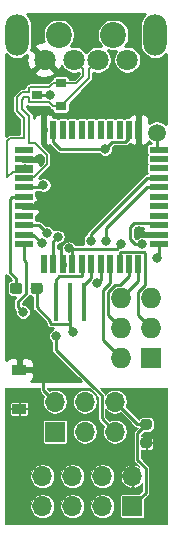
<source format=gbr>
%TF.GenerationSoftware,KiCad,Pcbnew,(5.1.9)-1*%
%TF.CreationDate,2021-02-13T16:54:45-05:00*%
%TF.ProjectId,mega_nrf24_usb,6d656761-5f6e-4726-9632-345f7573622e,rev?*%
%TF.SameCoordinates,Original*%
%TF.FileFunction,Copper,L1,Top*%
%TF.FilePolarity,Positive*%
%FSLAX46Y46*%
G04 Gerber Fmt 4.6, Leading zero omitted, Abs format (unit mm)*
G04 Created by KiCad (PCBNEW (5.1.9)-1) date 2021-02-13 16:54:45*
%MOMM*%
%LPD*%
G01*
G04 APERTURE LIST*
%TA.AperFunction,SMDPad,CuDef*%
%ADD10R,1.200000X0.900000*%
%TD*%
%TA.AperFunction,SMDPad,CuDef*%
%ADD11R,0.900000X0.800000*%
%TD*%
%TA.AperFunction,ComponentPad*%
%ADD12C,1.800000*%
%TD*%
%TA.AperFunction,ComponentPad*%
%ADD13C,2.200000*%
%TD*%
%TA.AperFunction,ComponentPad*%
%ADD14O,2.000000X3.500000*%
%TD*%
%TA.AperFunction,ComponentPad*%
%ADD15C,1.500000*%
%TD*%
%TA.AperFunction,ComponentPad*%
%ADD16O,1.727200X1.727200*%
%TD*%
%TA.AperFunction,ComponentPad*%
%ADD17R,1.727200X1.727200*%
%TD*%
%TA.AperFunction,SMDPad,CuDef*%
%ADD18R,0.400000X3.200000*%
%TD*%
%TA.AperFunction,SMDPad,CuDef*%
%ADD19R,0.550000X1.500000*%
%TD*%
%TA.AperFunction,SMDPad,CuDef*%
%ADD20R,1.500000X0.550000*%
%TD*%
%TA.AperFunction,ComponentPad*%
%ADD21O,1.700000X1.700000*%
%TD*%
%TA.AperFunction,ComponentPad*%
%ADD22R,1.700000X1.700000*%
%TD*%
%TA.AperFunction,ViaPad*%
%ADD23C,0.800000*%
%TD*%
%TA.AperFunction,Conductor*%
%ADD24C,0.250000*%
%TD*%
%TA.AperFunction,Conductor*%
%ADD25C,0.200000*%
%TD*%
%TA.AperFunction,Conductor*%
%ADD26C,0.038100*%
%TD*%
%TA.AperFunction,Conductor*%
%ADD27C,0.100000*%
%TD*%
%TA.AperFunction,Conductor*%
%ADD28C,0.254000*%
%TD*%
G04 APERTURE END LIST*
D10*
%TO.P,D1,2*%
%TO.N,+5V*%
X142722600Y-124944600D03*
%TO.P,D1,1*%
%TO.N,+3V3*%
X142722600Y-128244600D03*
%TD*%
D11*
%TO.P,D3,3*%
%TO.N,Earth*%
X144253200Y-101635600D03*
%TO.P,D3,2*%
%TO.N,/D-*%
X146253200Y-100685600D03*
%TO.P,D3,1*%
%TO.N,/D+*%
X146253200Y-102585600D03*
%TD*%
%TO.P,C3,2*%
%TO.N,Net-(C3-Pad2)*%
%TA.AperFunction,SMDPad,CuDef*%
G36*
G01*
X142982200Y-117796300D02*
X142982200Y-118271300D01*
G75*
G02*
X142744700Y-118508800I-237500J0D01*
G01*
X142169700Y-118508800D01*
G75*
G02*
X141932200Y-118271300I0J237500D01*
G01*
X141932200Y-117796300D01*
G75*
G02*
X142169700Y-117558800I237500J0D01*
G01*
X142744700Y-117558800D01*
G75*
G02*
X142982200Y-117796300I0J-237500D01*
G01*
G37*
%TD.AperFunction*%
%TO.P,C3,1*%
%TO.N,Earth*%
%TA.AperFunction,SMDPad,CuDef*%
G36*
G01*
X144732200Y-117796300D02*
X144732200Y-118271300D01*
G75*
G02*
X144494700Y-118508800I-237500J0D01*
G01*
X143919700Y-118508800D01*
G75*
G02*
X143682200Y-118271300I0J237500D01*
G01*
X143682200Y-117796300D01*
G75*
G02*
X143919700Y-117558800I237500J0D01*
G01*
X144494700Y-117558800D01*
G75*
G02*
X144732200Y-117796300I0J-237500D01*
G01*
G37*
%TD.AperFunction*%
%TD*%
D12*
%TO.P,J2,1*%
%TO.N,+5V*%
X144878800Y-98670800D03*
%TO.P,J2,2*%
%TO.N,/D-*%
X147378800Y-98670800D03*
%TO.P,J2,3*%
%TO.N,/D+*%
X149378800Y-98670800D03*
%TO.P,J2,4*%
%TO.N,Earth*%
X151878800Y-98670800D03*
D13*
%TO.P,J2,SH*%
%TO.N,N/C*%
X146078800Y-96570800D03*
X150678800Y-96570800D03*
D14*
X142528800Y-96570800D03*
X154228800Y-96570800D03*
%TD*%
D15*
%TO.P,TP1,1*%
%TO.N,Net-(TP1-Pad1)*%
X154381200Y-104851200D03*
%TD*%
D16*
%TO.P,J3,6*%
%TO.N,Net-(J3-Pad6)*%
X151358600Y-118872000D03*
%TO.P,J3,5*%
%TO.N,Net-(J3-Pad5)*%
X153898600Y-118872000D03*
%TO.P,J3,4*%
%TO.N,Net-(J3-Pad4)*%
X151358600Y-121412000D03*
%TO.P,J3,3*%
%TO.N,Net-(J3-Pad3)*%
X153898600Y-121412000D03*
%TO.P,J3,2*%
%TO.N,Net-(J3-Pad2)*%
X151358600Y-123952000D03*
D17*
%TO.P,J3,1*%
%TO.N,Net-(J3-Pad1)*%
X153898600Y-123952000D03*
%TD*%
D18*
%TO.P,Y1,3*%
%TO.N,Net-(U1-Pad16)*%
X145840600Y-119151400D03*
%TO.P,Y1,2*%
%TO.N,Earth*%
X147040600Y-119151400D03*
%TO.P,Y1,1*%
%TO.N,Net-(U1-Pad17)*%
X148240600Y-119151400D03*
%TD*%
D19*
%TO.P,32u4,44*%
%TO.N,+5V*%
X144818600Y-104586800D03*
%TO.P,32u4,43*%
%TO.N,Earth*%
X145618600Y-104586800D03*
%TO.P,32u4,42*%
%TO.N,Net-(U1-Pad42)*%
X146418600Y-104586800D03*
%TO.P,32u4,41*%
%TO.N,Net-(U1-Pad41)*%
X147218600Y-104586800D03*
%TO.P,32u4,40*%
%TO.N,Net-(U1-Pad40)*%
X148018600Y-104586800D03*
%TO.P,32u4,39*%
%TO.N,Net-(U1-Pad39)*%
X148818600Y-104586800D03*
%TO.P,32u4,38*%
%TO.N,Net-(U1-Pad38)*%
X149618600Y-104586800D03*
%TO.P,32u4,37*%
%TO.N,Net-(U1-Pad37)*%
X150418600Y-104586800D03*
%TO.P,32u4,36*%
%TO.N,Net-(U1-Pad36)*%
X151218600Y-104586800D03*
%TO.P,32u4,35*%
%TO.N,Earth*%
X152018600Y-104586800D03*
%TO.P,32u4,34*%
%TO.N,+5V*%
X152818600Y-104586800D03*
D20*
%TO.P,32u4,33*%
%TO.N,Net-(TP1-Pad1)*%
X154518600Y-106286800D03*
%TO.P,32u4,32*%
%TO.N,Net-(U1-Pad32)*%
X154518600Y-107086800D03*
%TO.P,32u4,31*%
%TO.N,Net-(U1-Pad31)*%
X154518600Y-107886800D03*
%TO.P,32u4,30*%
%TO.N,/CSN_D10*%
X154518600Y-108686800D03*
%TO.P,32u4,29*%
%TO.N,/CE_D9*%
X154518600Y-109486800D03*
%TO.P,32u4,28*%
%TO.N,Net-(U1-Pad28)*%
X154518600Y-110286800D03*
%TO.P,32u4,27*%
%TO.N,Net-(U1-Pad27)*%
X154518600Y-111086800D03*
%TO.P,32u4,26*%
%TO.N,Net-(U1-Pad26)*%
X154518600Y-111886800D03*
%TO.P,32u4,25*%
%TO.N,Net-(J3-Pad5)*%
X154518600Y-112686800D03*
%TO.P,32u4,24*%
%TO.N,+5V*%
X154518600Y-113486800D03*
%TO.P,32u4,23*%
%TO.N,Earth*%
X154518600Y-114286800D03*
D19*
%TO.P,32u4,22*%
%TO.N,Net-(J3-Pad6)*%
X152818600Y-115986800D03*
%TO.P,32u4,21*%
%TO.N,Net-(J3-Pad4)*%
X152018600Y-115986800D03*
%TO.P,32u4,20*%
%TO.N,Net-(J3-Pad3)*%
X151218600Y-115986800D03*
%TO.P,32u4,19*%
%TO.N,Net-(J3-Pad2)*%
X150418600Y-115986800D03*
%TO.P,32u4,18*%
%TO.N,Net-(J3-Pad1)*%
X149618600Y-115986800D03*
%TO.P,32u4,17*%
%TO.N,Net-(U1-Pad17)*%
X148818600Y-115986800D03*
%TO.P,32u4,16*%
%TO.N,Net-(U1-Pad16)*%
X148018600Y-115986800D03*
%TO.P,32u4,15*%
%TO.N,Earth*%
X147218600Y-115986800D03*
%TO.P,32u4,14*%
%TO.N,+5V*%
X146418600Y-115986800D03*
%TO.P,32u4,13*%
%TO.N,/RST*%
X145618600Y-115986800D03*
%TO.P,32u4,12*%
%TO.N,Net-(U1-Pad12)*%
X144818600Y-115986800D03*
D20*
%TO.P,32u4,11*%
%TO.N,/MISO*%
X143118600Y-114286800D03*
%TO.P,32u4,10*%
%TO.N,/MOSI*%
X143118600Y-113486800D03*
%TO.P,32u4,9*%
%TO.N,/SCK*%
X143118600Y-112686800D03*
%TO.P,32u4,8*%
%TO.N,Net-(U1-Pad8)*%
X143118600Y-111886800D03*
%TO.P,32u4,7*%
%TO.N,+5V*%
X143118600Y-111086800D03*
%TO.P,32u4,6*%
%TO.N,Net-(C3-Pad2)*%
X143118600Y-110286800D03*
%TO.P,32u4,5*%
%TO.N,Earth*%
X143118600Y-109486800D03*
%TO.P,32u4,4*%
%TO.N,/D+*%
X143118600Y-108686800D03*
%TO.P,32u4,3*%
%TO.N,/D-*%
X143118600Y-107886800D03*
%TO.P,32u4,2*%
%TO.N,+5V*%
X143118600Y-107086800D03*
%TO.P,32u4,1*%
%TO.N,Net-(U1-Pad1)*%
X143118600Y-106286800D03*
%TD*%
D21*
%TO.P,ICSP1,6*%
%TO.N,Earth*%
X150825200Y-127635000D03*
%TO.P,ICSP1,5*%
%TO.N,/RST*%
X150825200Y-130175000D03*
%TO.P,ICSP1,4*%
%TO.N,/MOSI*%
X148285200Y-127635000D03*
%TO.P,ICSP1,3*%
%TO.N,/SCK*%
X148285200Y-130175000D03*
%TO.P,ICSP1,2*%
%TO.N,+5V*%
X145745200Y-127635000D03*
D22*
%TO.P,ICSP1,1*%
%TO.N,/MISO*%
X145745200Y-130175000D03*
%TD*%
D21*
%TO.P,J1,8*%
%TO.N,Net-(J1-Pad8)*%
X144678400Y-133934200D03*
%TO.P,J1,7*%
%TO.N,/MISO*%
X144678400Y-136474200D03*
%TO.P,J1,6*%
%TO.N,/MOSI*%
X147218400Y-133934200D03*
%TO.P,J1,5*%
%TO.N,/SCK*%
X147218400Y-136474200D03*
%TO.P,J1,4*%
%TO.N,/CSN_D10*%
X149758400Y-133934200D03*
%TO.P,J1,3*%
%TO.N,/CE_D9*%
X149758400Y-136474200D03*
%TO.P,J1,2*%
%TO.N,+3V3*%
X152298400Y-133934200D03*
D22*
%TO.P,J1,1*%
%TO.N,Earth*%
X152298400Y-136474200D03*
%TD*%
%TO.P,C1,2*%
%TO.N,Earth*%
%TA.AperFunction,SMDPad,CuDef*%
G36*
G01*
X153716800Y-129990000D02*
X153216800Y-129990000D01*
G75*
G02*
X152991800Y-129765000I0J225000D01*
G01*
X152991800Y-129315000D01*
G75*
G02*
X153216800Y-129090000I225000J0D01*
G01*
X153716800Y-129090000D01*
G75*
G02*
X153941800Y-129315000I0J-225000D01*
G01*
X153941800Y-129765000D01*
G75*
G02*
X153716800Y-129990000I-225000J0D01*
G01*
G37*
%TD.AperFunction*%
%TO.P,C1,1*%
%TO.N,+3V3*%
%TA.AperFunction,SMDPad,CuDef*%
G36*
G01*
X153716800Y-131540000D02*
X153216800Y-131540000D01*
G75*
G02*
X152991800Y-131315000I0J225000D01*
G01*
X152991800Y-130865000D01*
G75*
G02*
X153216800Y-130640000I225000J0D01*
G01*
X153716800Y-130640000D01*
G75*
G02*
X153941800Y-130865000I0J-225000D01*
G01*
X153941800Y-131315000D01*
G75*
G02*
X153716800Y-131540000I-225000J0D01*
G01*
G37*
%TD.AperFunction*%
%TD*%
D23*
%TO.N,+5V*%
X144424400Y-107086400D03*
X144348200Y-110947200D03*
X147624800Y-113487200D03*
X152882600Y-113157000D03*
X144754600Y-123418600D03*
X146913600Y-106959400D03*
X144754600Y-123418600D03*
%TO.N,+3V3*%
X154762200Y-129616200D03*
%TO.N,/CSN_D10*%
X148767800Y-113995200D03*
%TO.N,/CE_D9*%
X150088600Y-113995200D03*
%TO.N,/RST*%
X145969712Y-113656421D03*
X145846800Y-122072400D03*
%TO.N,/MISO*%
X143037844Y-120033910D03*
%TO.N,/MOSI*%
X144635990Y-114198400D03*
%TO.N,/SCK*%
X145070391Y-113342879D03*
%TO.N,Earth*%
X144780000Y-109270800D03*
X154381200Y-115443000D03*
X146947390Y-114639302D03*
X145345033Y-101638790D03*
X150012400Y-106222800D03*
X147243800Y-121767600D03*
X151384000Y-114281999D03*
%TO.N,Net-(J3-Pad5)*%
X153111200Y-114274600D03*
%TO.N,Net-(J3-Pad1)*%
X149343610Y-117602000D03*
%TD*%
D24*
%TO.N,+5V*%
X144399400Y-107086800D02*
X144576800Y-107264200D01*
X143118600Y-107086800D02*
X144399400Y-107086800D01*
X144208600Y-111086800D02*
X144348200Y-110947200D01*
X143118600Y-111086800D02*
X144208600Y-111086800D01*
X153212400Y-113486800D02*
X152882600Y-113157000D01*
X154518600Y-113486800D02*
X153212400Y-113486800D01*
X146269988Y-114314148D02*
X147096936Y-113487200D01*
X147096936Y-113487200D02*
X147624800Y-113487200D01*
X146418600Y-115986800D02*
X146269988Y-115838188D01*
X146269988Y-115838188D02*
X146269988Y-114314148D01*
X144805400Y-123418600D02*
X144754600Y-123418600D01*
X145796692Y-106959400D02*
X146913600Y-106959400D01*
X144818600Y-105981308D02*
X145796692Y-106959400D01*
X144818600Y-104586800D02*
X144818600Y-105981308D01*
X144754600Y-126644400D02*
X145745200Y-127635000D01*
X144754600Y-123418600D02*
X144754600Y-126644400D01*
%TO.N,+3V3*%
X153466800Y-131090000D02*
X153593200Y-131090000D01*
X154762200Y-129794600D02*
X153466800Y-131090000D01*
X154762200Y-129616200D02*
X154762200Y-129794600D01*
%TO.N,/CSN_D10*%
X148767800Y-113437600D02*
X148767800Y-113995200D01*
X153518600Y-108686800D02*
X148767800Y-113437600D01*
X154518600Y-108686800D02*
X153518600Y-108686800D01*
%TO.N,/CE_D9*%
X150088600Y-112916800D02*
X150088600Y-113995200D01*
X153518600Y-109486800D02*
X150088600Y-112916800D01*
X154518600Y-109486800D02*
X153518600Y-109486800D01*
%TO.N,Net-(U1-Pad17)*%
X148818600Y-115986800D02*
X148818600Y-116986800D01*
X148818600Y-117173400D02*
X148818600Y-115986800D01*
X148240600Y-117751400D02*
X148818600Y-117173400D01*
X148240600Y-119151400D02*
X148240600Y-117751400D01*
%TO.N,Net-(U1-Pad16)*%
X148018600Y-116986800D02*
X148018600Y-115986800D01*
X147991199Y-117014201D02*
X148018600Y-116986800D01*
X146127799Y-117014201D02*
X147991199Y-117014201D01*
X145840600Y-117301400D02*
X146127799Y-117014201D01*
X145840600Y-119151400D02*
X145840600Y-117301400D01*
%TO.N,/RST*%
X145618600Y-115986800D02*
X145618600Y-114007533D01*
X145618600Y-114007533D02*
X145969712Y-113656421D01*
X150825200Y-130175000D02*
X149697799Y-129047599D01*
X149697799Y-129047599D02*
X149697799Y-127091799D01*
X148996400Y-126390400D02*
X148911802Y-126305802D01*
X149697799Y-127091799D02*
X148996400Y-126390400D01*
X148996400Y-126390400D02*
X145913095Y-123307095D01*
X145846800Y-123240800D02*
X145913095Y-123307095D01*
X145846800Y-122072400D02*
X145846800Y-123240800D01*
%TO.N,/MISO*%
X143118600Y-114286800D02*
X143118600Y-115646669D01*
X143259610Y-118484584D02*
X143259610Y-115787679D01*
X142637845Y-119106349D02*
X143259610Y-118484584D01*
X143259610Y-115787679D02*
X143118600Y-115646669D01*
X142637845Y-119633911D02*
X142637845Y-119106349D01*
X143037844Y-120033910D02*
X142637845Y-119633911D01*
%TO.N,/MOSI*%
X143924390Y-113486800D02*
X144635990Y-114198400D01*
X143118600Y-113486800D02*
X143924390Y-113486800D01*
%TO.N,/SCK*%
X143118600Y-112686800D02*
X144414312Y-112686800D01*
X144414312Y-112686800D02*
X145070391Y-113342879D01*
%TO.N,Net-(C3-Pad2)*%
X142457200Y-118033800D02*
X142457200Y-117209600D01*
X142457200Y-117209600D02*
X141935200Y-116687600D01*
X141935200Y-110470200D02*
X142118600Y-110286800D01*
X142118600Y-110286800D02*
X143118600Y-110286800D01*
X141935200Y-116687600D02*
X141935200Y-110470200D01*
D25*
%TO.N,/D+*%
X149378800Y-98670800D02*
X148603800Y-99445800D01*
X147835002Y-101003798D02*
X146253200Y-102585600D01*
X148603800Y-100235000D02*
X147835002Y-101003798D01*
X148603800Y-99445800D02*
X148603800Y-100235000D01*
X143550799Y-102237521D02*
X143550799Y-101860600D01*
X143601279Y-102288001D02*
X143550799Y-102237521D01*
X145280600Y-102288001D02*
X143601279Y-102288001D01*
X145578199Y-102585600D02*
X145280600Y-102288001D01*
X146253200Y-102585600D02*
X145578199Y-102585600D01*
X143550799Y-101860600D02*
X143161200Y-101860600D01*
X143161200Y-101860600D02*
X142973000Y-102048800D01*
X142973000Y-102048800D02*
X142973000Y-102827600D01*
X142973000Y-102827600D02*
X143568600Y-103423200D01*
X143568600Y-103423200D02*
X143568600Y-105759399D01*
X143568600Y-105759399D02*
X144062953Y-105759399D01*
X144062953Y-105759399D02*
X145076801Y-106773247D01*
X145076801Y-106773247D02*
X145076801Y-107491761D01*
X145076801Y-107491761D02*
X143959172Y-108609390D01*
X143959172Y-108609390D02*
X143196010Y-108609390D01*
X143196010Y-108609390D02*
X143118600Y-108686800D01*
%TO.N,/D-*%
X147378800Y-98670800D02*
X148153800Y-99445800D01*
X148153800Y-100048603D02*
X147516803Y-100685600D01*
X147516803Y-100685600D02*
X146253200Y-100685600D01*
X148153800Y-99445800D02*
X148153800Y-100048603D01*
X143601279Y-100983199D02*
X143550799Y-101033679D01*
X143550799Y-101033679D02*
X143550799Y-101410600D01*
X145578199Y-100685600D02*
X145280600Y-100983199D01*
X145280600Y-100983199D02*
X143601279Y-100983199D01*
X146253200Y-100685600D02*
X145578199Y-100685600D01*
X143550799Y-101410600D02*
X142974800Y-101410600D01*
X142974800Y-101410600D02*
X142523000Y-101862400D01*
X142523000Y-101862400D02*
X142523000Y-103014000D01*
X143118600Y-107614201D02*
X143118600Y-107886800D01*
X143227582Y-107614201D02*
X143118600Y-107614201D01*
X143772780Y-108159399D02*
X143227582Y-107614201D01*
X141728810Y-108612715D02*
X142182126Y-108159399D01*
X142182126Y-108159399D02*
X143772780Y-108159399D01*
X142523000Y-103014000D02*
X143118600Y-103609600D01*
X143118600Y-105309408D02*
X141980287Y-105309408D01*
X143118600Y-103609600D02*
X143118600Y-105309408D01*
X141980287Y-105309408D02*
X141728810Y-105560885D01*
X141728810Y-105560885D02*
X141728810Y-108612715D01*
D24*
%TO.N,Earth*%
X152730200Y-129540000D02*
X150825200Y-127635000D01*
X153466800Y-129540000D02*
X152730200Y-129540000D01*
X144564000Y-109486800D02*
X144780000Y-109270800D01*
X143118600Y-109486800D02*
X144564000Y-109486800D01*
X154518600Y-115305600D02*
X154381200Y-115443000D01*
X154518600Y-114286800D02*
X154518600Y-115305600D01*
X144322800Y-118330210D02*
X144390610Y-118262400D01*
X145643600Y-104561800D02*
X145618600Y-104586800D01*
X151972400Y-104540600D02*
X152018600Y-104586800D01*
X147218600Y-114910512D02*
X146947390Y-114639302D01*
X147218600Y-115986800D02*
X147218600Y-114910512D01*
X153425801Y-135346799D02*
X153425801Y-133258201D01*
X152298400Y-136474200D02*
X153425801Y-135346799D01*
X152714390Y-130292410D02*
X153466800Y-129540000D01*
X152714390Y-132546790D02*
X152714390Y-130292410D01*
X153425801Y-133258201D02*
X152714390Y-132546790D01*
X144207200Y-118033800D02*
X143756000Y-118033800D01*
X145341843Y-101635600D02*
X145345033Y-101638790D01*
X144253200Y-101635600D02*
X145341843Y-101635600D01*
X152018600Y-105311122D02*
X152018600Y-104586800D01*
X151715521Y-105614201D02*
X152018600Y-105311122D01*
X145618600Y-105586800D02*
X145646001Y-105614201D01*
X145618600Y-104586800D02*
X145618600Y-105586800D01*
X150620999Y-105614201D02*
X150012400Y-106222800D01*
X151715521Y-105614201D02*
X150620999Y-105614201D01*
X150012400Y-106222800D02*
X146177000Y-106222800D01*
X145618600Y-105664400D02*
X145618600Y-104586800D01*
X146177000Y-106222800D02*
X145618600Y-105664400D01*
X145363199Y-120973321D02*
X145418679Y-121028801D01*
X147040600Y-121001400D02*
X147040600Y-119151400D01*
X145363199Y-120801399D02*
X145363199Y-120973321D01*
X147013199Y-121028801D02*
X147040600Y-121001400D01*
X144207200Y-119645400D02*
X145363199Y-120801399D01*
X145418679Y-121028801D02*
X147013199Y-121028801D01*
X144207200Y-118033800D02*
X144207200Y-119645400D01*
X147040600Y-121564400D02*
X147243800Y-121767600D01*
X147040600Y-119151400D02*
X147040600Y-121564400D01*
X151354308Y-114281999D02*
X151384000Y-114281999D01*
X146980689Y-114672601D02*
X150963706Y-114672601D01*
X150963706Y-114672601D02*
X151354308Y-114281999D01*
X146947390Y-114639302D02*
X146980689Y-114672601D01*
%TO.N,Net-(TP1-Pad1)*%
X154381200Y-106149400D02*
X154518600Y-106286800D01*
X154381200Y-104851200D02*
X154381200Y-106149400D01*
%TO.N,Net-(J3-Pad6)*%
X152818600Y-115986800D02*
X152818600Y-117412000D01*
X152818600Y-117412000D02*
X151358600Y-118872000D01*
%TO.N,Net-(J3-Pad5)*%
X154518600Y-112686800D02*
X154311398Y-112479598D01*
X152103598Y-112857246D02*
X152103598Y-113832683D01*
X154311398Y-112479598D02*
X152481246Y-112479598D01*
X152545515Y-114274600D02*
X153111200Y-114274600D01*
X152481246Y-112479598D02*
X152103598Y-112857246D01*
X152103598Y-113832683D02*
X152545515Y-114274600D01*
%TO.N,Net-(J3-Pad4)*%
X150810919Y-117730999D02*
X150217599Y-118324319D01*
X151274401Y-117730999D02*
X150810919Y-117730999D01*
X152018600Y-116986800D02*
X151274401Y-117730999D01*
X152018600Y-115986800D02*
X152018600Y-116986800D01*
X150217599Y-118324319D02*
X150217599Y-120270999D01*
X150217599Y-120270999D02*
X151358600Y-121412000D01*
%TO.N,Net-(J3-Pad3)*%
X153371001Y-115014879D02*
X153371001Y-117710917D01*
X153315521Y-114959399D02*
X153371001Y-115014879D01*
X153371001Y-117710917D02*
X152757599Y-118324319D01*
X151246001Y-114959399D02*
X153315521Y-114959399D01*
X151218600Y-114986800D02*
X151246001Y-114959399D01*
X151218600Y-115986800D02*
X151218600Y-114986800D01*
X152757599Y-118324319D02*
X152757599Y-120270999D01*
X152757599Y-120270999D02*
X153898600Y-121412000D01*
%TO.N,Net-(J3-Pad2)*%
X149815188Y-118157635D02*
X149815188Y-122408588D01*
X150418600Y-117554223D02*
X149815188Y-118157635D01*
X150418600Y-115986800D02*
X150418600Y-117554223D01*
X149815188Y-122408588D02*
X151358600Y-123952000D01*
%TO.N,Net-(J3-Pad1)*%
X149618600Y-115986800D02*
X149618600Y-117327010D01*
X149618600Y-117327010D02*
X149343610Y-117602000D01*
%TD*%
D26*
%TO.N,+3V3*%
X144458151Y-126629834D02*
X144456716Y-126644400D01*
X144462441Y-126702514D01*
X144479392Y-126758395D01*
X144506919Y-126809895D01*
X144532929Y-126841588D01*
X144543965Y-126855036D01*
X144555272Y-126864315D01*
X144840850Y-127149894D01*
X144840003Y-127151162D01*
X144763004Y-127337054D01*
X144723750Y-127534396D01*
X144723750Y-127735604D01*
X144763004Y-127932946D01*
X144840003Y-128118838D01*
X144951788Y-128286136D01*
X145094064Y-128428412D01*
X145261362Y-128540197D01*
X145447254Y-128617196D01*
X145644596Y-128656450D01*
X145845804Y-128656450D01*
X146043146Y-128617196D01*
X146229038Y-128540197D01*
X146396336Y-128428412D01*
X146538612Y-128286136D01*
X146650397Y-128118838D01*
X146727396Y-127932946D01*
X146766650Y-127735604D01*
X146766650Y-127534396D01*
X147263750Y-127534396D01*
X147263750Y-127735604D01*
X147303004Y-127932946D01*
X147380003Y-128118838D01*
X147491788Y-128286136D01*
X147634064Y-128428412D01*
X147801362Y-128540197D01*
X147987254Y-128617196D01*
X148184596Y-128656450D01*
X148385804Y-128656450D01*
X148583146Y-128617196D01*
X148769038Y-128540197D01*
X148936336Y-128428412D01*
X149078612Y-128286136D01*
X149190397Y-128118838D01*
X149267396Y-127932946D01*
X149306650Y-127735604D01*
X149306650Y-127534396D01*
X149267396Y-127337054D01*
X149190397Y-127151162D01*
X149078612Y-126983864D01*
X148936336Y-126841588D01*
X148769038Y-126729803D01*
X148583146Y-126652804D01*
X148385804Y-126613550D01*
X148184596Y-126613550D01*
X147987254Y-126652804D01*
X147801362Y-126729803D01*
X147634064Y-126841588D01*
X147491788Y-126983864D01*
X147380003Y-127151162D01*
X147303004Y-127337054D01*
X147263750Y-127534396D01*
X146766650Y-127534396D01*
X146727396Y-127337054D01*
X146650397Y-127151162D01*
X146538612Y-126983864D01*
X146396336Y-126841588D01*
X146229038Y-126729803D01*
X146043146Y-126652804D01*
X145845804Y-126613550D01*
X145644596Y-126613550D01*
X145447254Y-126652804D01*
X145261362Y-126729803D01*
X145260094Y-126730650D01*
X145051050Y-126521607D01*
X145051050Y-126511050D01*
X148697807Y-126511050D01*
X148776484Y-126589727D01*
X149401350Y-127214594D01*
X149401349Y-129033042D01*
X149399915Y-129047599D01*
X149401349Y-129062155D01*
X149401349Y-129062157D01*
X149405639Y-129105712D01*
X149422590Y-129161593D01*
X149433367Y-129181755D01*
X149450118Y-129213094D01*
X149463407Y-129229287D01*
X149487163Y-129258235D01*
X149498476Y-129267519D01*
X149920851Y-129689894D01*
X149920003Y-129691162D01*
X149843004Y-129877054D01*
X149803750Y-130074396D01*
X149803750Y-130275604D01*
X149843004Y-130472946D01*
X149920003Y-130658838D01*
X150031788Y-130826136D01*
X150174064Y-130968412D01*
X150341362Y-131080197D01*
X150527254Y-131157196D01*
X150724596Y-131196450D01*
X150925804Y-131196450D01*
X151123146Y-131157196D01*
X151309038Y-131080197D01*
X151476336Y-130968412D01*
X151618612Y-130826136D01*
X151730397Y-130658838D01*
X151807396Y-130472946D01*
X151846650Y-130275604D01*
X151846650Y-130074396D01*
X151807396Y-129877054D01*
X151730397Y-129691162D01*
X151618612Y-129523864D01*
X151476336Y-129381588D01*
X151309038Y-129269803D01*
X151123146Y-129192804D01*
X150925804Y-129153550D01*
X150724596Y-129153550D01*
X150527254Y-129192804D01*
X150341362Y-129269803D01*
X150340094Y-129270651D01*
X149994249Y-128924806D01*
X149994249Y-128229955D01*
X150031788Y-128286136D01*
X150174064Y-128428412D01*
X150341362Y-128540197D01*
X150527254Y-128617196D01*
X150724596Y-128656450D01*
X150925804Y-128656450D01*
X151123146Y-128617196D01*
X151309038Y-128540197D01*
X151310306Y-128539349D01*
X152510280Y-129739323D01*
X152519564Y-129750636D01*
X152546920Y-129773085D01*
X152564704Y-129787681D01*
X152592232Y-129802395D01*
X152616205Y-129815209D01*
X152672086Y-129832160D01*
X152715641Y-129836450D01*
X152715643Y-129836450D01*
X152730200Y-129837884D01*
X152744756Y-129836450D01*
X152751107Y-129836450D01*
X152515062Y-130072495D01*
X152503755Y-130081774D01*
X152494475Y-130093082D01*
X152494474Y-130093083D01*
X152466709Y-130126915D01*
X152439182Y-130178415D01*
X152422231Y-130234296D01*
X152416506Y-130292410D01*
X152417941Y-130306976D01*
X152417940Y-132532233D01*
X152416506Y-132546790D01*
X152417940Y-132561346D01*
X152417940Y-132561348D01*
X152422230Y-132604903D01*
X152439181Y-132660784D01*
X152439182Y-132660785D01*
X152466709Y-132712285D01*
X152483518Y-132732767D01*
X152503754Y-132757426D01*
X152515067Y-132766710D01*
X152874320Y-133125964D01*
X152847184Y-133103920D01*
X152674660Y-133012811D01*
X152497447Y-132959057D01*
X152342450Y-132976274D01*
X152342450Y-133890150D01*
X152362450Y-133890150D01*
X152362450Y-133978250D01*
X152342450Y-133978250D01*
X152342450Y-134892126D01*
X152497447Y-134909343D01*
X152674660Y-134855589D01*
X152847184Y-134764480D01*
X152998619Y-134641464D01*
X153123145Y-134491268D01*
X153129351Y-134479795D01*
X153129351Y-135224006D01*
X152901436Y-135451921D01*
X151448400Y-135451921D01*
X151414790Y-135455231D01*
X151382472Y-135465035D01*
X151352687Y-135480955D01*
X151326580Y-135502380D01*
X151305155Y-135528487D01*
X151289235Y-135558272D01*
X151279431Y-135590590D01*
X151276121Y-135624200D01*
X151276121Y-137324200D01*
X151279431Y-137357810D01*
X151289235Y-137390128D01*
X151305155Y-137419913D01*
X151326580Y-137446020D01*
X151352687Y-137467445D01*
X151382472Y-137483365D01*
X151414790Y-137493169D01*
X151448400Y-137496479D01*
X153148400Y-137496479D01*
X153182010Y-137493169D01*
X153214328Y-137483365D01*
X153244113Y-137467445D01*
X153270220Y-137446020D01*
X153291645Y-137419913D01*
X153307565Y-137390128D01*
X153317369Y-137357810D01*
X153320679Y-137324200D01*
X153320679Y-135871164D01*
X153625125Y-135566718D01*
X153636437Y-135557435D01*
X153660193Y-135528487D01*
X153673482Y-135512295D01*
X153701009Y-135460795D01*
X153701010Y-135460794D01*
X153717961Y-135404913D01*
X153722251Y-135361358D01*
X153722251Y-135361356D01*
X153723685Y-135346799D01*
X153722251Y-135332243D01*
X153722251Y-133272757D01*
X153723685Y-133258200D01*
X153722251Y-133243642D01*
X153717961Y-133200087D01*
X153701010Y-133144206D01*
X153679476Y-133103920D01*
X153673482Y-133092705D01*
X153645717Y-133058873D01*
X153636437Y-133047565D01*
X153625129Y-133038285D01*
X153010840Y-132423997D01*
X153010840Y-131685919D01*
X153386438Y-131685250D01*
X153422750Y-131648938D01*
X153422750Y-131134050D01*
X153510850Y-131134050D01*
X153510850Y-131648938D01*
X153547162Y-131685250D01*
X153941800Y-131685953D01*
X153970274Y-131683149D01*
X153997654Y-131674843D01*
X154022887Y-131661355D01*
X154045004Y-131643204D01*
X154063155Y-131621087D01*
X154076643Y-131595854D01*
X154084949Y-131568474D01*
X154087753Y-131540000D01*
X154087050Y-131170362D01*
X154050738Y-131134050D01*
X153510850Y-131134050D01*
X153422750Y-131134050D01*
X153402750Y-131134050D01*
X153402750Y-131045950D01*
X153422750Y-131045950D01*
X153422750Y-130531062D01*
X153510850Y-130531062D01*
X153510850Y-131045950D01*
X154050738Y-131045950D01*
X154087050Y-131009638D01*
X154087753Y-130640000D01*
X154084949Y-130611526D01*
X154076643Y-130584146D01*
X154063155Y-130558913D01*
X154045004Y-130536796D01*
X154022887Y-130518645D01*
X153997654Y-130505157D01*
X153970274Y-130496851D01*
X153941800Y-130494047D01*
X153547162Y-130494750D01*
X153510850Y-130531062D01*
X153422750Y-130531062D01*
X153386438Y-130494750D01*
X153010840Y-130494081D01*
X153010840Y-130415203D01*
X153263764Y-130162279D01*
X153716800Y-130162279D01*
X153794305Y-130154645D01*
X153868832Y-130132038D01*
X153937516Y-130095325D01*
X153997719Y-130045919D01*
X154047125Y-129985716D01*
X154083838Y-129917032D01*
X154106445Y-129842505D01*
X154114079Y-129765000D01*
X154114079Y-129315000D01*
X154106445Y-129237495D01*
X154083838Y-129162968D01*
X154047125Y-129094284D01*
X153997719Y-129034081D01*
X153937516Y-128984675D01*
X153868832Y-128947962D01*
X153794305Y-128925355D01*
X153716800Y-128917721D01*
X153216800Y-128917721D01*
X153139295Y-128925355D01*
X153064768Y-128947962D01*
X152996084Y-128984675D01*
X152935881Y-129034081D01*
X152886475Y-129094284D01*
X152849762Y-129162968D01*
X152831759Y-129222316D01*
X151729549Y-128120106D01*
X151730397Y-128118838D01*
X151807396Y-127932946D01*
X151846650Y-127735604D01*
X151846650Y-127534396D01*
X151807396Y-127337054D01*
X151730397Y-127151162D01*
X151618612Y-126983864D01*
X151476336Y-126841588D01*
X151309038Y-126729803D01*
X151123146Y-126652804D01*
X150925804Y-126613550D01*
X150724596Y-126613550D01*
X150527254Y-126652804D01*
X150341362Y-126729803D01*
X150174064Y-126841588D01*
X150031788Y-126983864D01*
X149991056Y-127044824D01*
X149989959Y-127033685D01*
X149973008Y-126977804D01*
X149950962Y-126936560D01*
X149945480Y-126926303D01*
X149917715Y-126892471D01*
X149908435Y-126881163D01*
X149897127Y-126871883D01*
X149536293Y-126511050D01*
X155255049Y-126511050D01*
X155255049Y-137953750D01*
X141495451Y-137953750D01*
X141495451Y-136373596D01*
X143656950Y-136373596D01*
X143656950Y-136574804D01*
X143696204Y-136772146D01*
X143773203Y-136958038D01*
X143884988Y-137125336D01*
X144027264Y-137267612D01*
X144194562Y-137379397D01*
X144380454Y-137456396D01*
X144577796Y-137495650D01*
X144779004Y-137495650D01*
X144976346Y-137456396D01*
X145162238Y-137379397D01*
X145329536Y-137267612D01*
X145471812Y-137125336D01*
X145583597Y-136958038D01*
X145660596Y-136772146D01*
X145699850Y-136574804D01*
X145699850Y-136373596D01*
X146196950Y-136373596D01*
X146196950Y-136574804D01*
X146236204Y-136772146D01*
X146313203Y-136958038D01*
X146424988Y-137125336D01*
X146567264Y-137267612D01*
X146734562Y-137379397D01*
X146920454Y-137456396D01*
X147117796Y-137495650D01*
X147319004Y-137495650D01*
X147516346Y-137456396D01*
X147702238Y-137379397D01*
X147869536Y-137267612D01*
X148011812Y-137125336D01*
X148123597Y-136958038D01*
X148200596Y-136772146D01*
X148239850Y-136574804D01*
X148239850Y-136373596D01*
X148736950Y-136373596D01*
X148736950Y-136574804D01*
X148776204Y-136772146D01*
X148853203Y-136958038D01*
X148964988Y-137125336D01*
X149107264Y-137267612D01*
X149274562Y-137379397D01*
X149460454Y-137456396D01*
X149657796Y-137495650D01*
X149859004Y-137495650D01*
X150056346Y-137456396D01*
X150242238Y-137379397D01*
X150409536Y-137267612D01*
X150551812Y-137125336D01*
X150663597Y-136958038D01*
X150740596Y-136772146D01*
X150779850Y-136574804D01*
X150779850Y-136373596D01*
X150740596Y-136176254D01*
X150663597Y-135990362D01*
X150551812Y-135823064D01*
X150409536Y-135680788D01*
X150242238Y-135569003D01*
X150056346Y-135492004D01*
X149859004Y-135452750D01*
X149657796Y-135452750D01*
X149460454Y-135492004D01*
X149274562Y-135569003D01*
X149107264Y-135680788D01*
X148964988Y-135823064D01*
X148853203Y-135990362D01*
X148776204Y-136176254D01*
X148736950Y-136373596D01*
X148239850Y-136373596D01*
X148200596Y-136176254D01*
X148123597Y-135990362D01*
X148011812Y-135823064D01*
X147869536Y-135680788D01*
X147702238Y-135569003D01*
X147516346Y-135492004D01*
X147319004Y-135452750D01*
X147117796Y-135452750D01*
X146920454Y-135492004D01*
X146734562Y-135569003D01*
X146567264Y-135680788D01*
X146424988Y-135823064D01*
X146313203Y-135990362D01*
X146236204Y-136176254D01*
X146196950Y-136373596D01*
X145699850Y-136373596D01*
X145660596Y-136176254D01*
X145583597Y-135990362D01*
X145471812Y-135823064D01*
X145329536Y-135680788D01*
X145162238Y-135569003D01*
X144976346Y-135492004D01*
X144779004Y-135452750D01*
X144577796Y-135452750D01*
X144380454Y-135492004D01*
X144194562Y-135569003D01*
X144027264Y-135680788D01*
X143884988Y-135823064D01*
X143773203Y-135990362D01*
X143696204Y-136176254D01*
X143656950Y-136373596D01*
X141495451Y-136373596D01*
X141495451Y-133833596D01*
X143656950Y-133833596D01*
X143656950Y-134034804D01*
X143696204Y-134232146D01*
X143773203Y-134418038D01*
X143884988Y-134585336D01*
X144027264Y-134727612D01*
X144194562Y-134839397D01*
X144380454Y-134916396D01*
X144577796Y-134955650D01*
X144779004Y-134955650D01*
X144976346Y-134916396D01*
X145162238Y-134839397D01*
X145329536Y-134727612D01*
X145471812Y-134585336D01*
X145583597Y-134418038D01*
X145660596Y-134232146D01*
X145699850Y-134034804D01*
X145699850Y-133833596D01*
X146196950Y-133833596D01*
X146196950Y-134034804D01*
X146236204Y-134232146D01*
X146313203Y-134418038D01*
X146424988Y-134585336D01*
X146567264Y-134727612D01*
X146734562Y-134839397D01*
X146920454Y-134916396D01*
X147117796Y-134955650D01*
X147319004Y-134955650D01*
X147516346Y-134916396D01*
X147702238Y-134839397D01*
X147869536Y-134727612D01*
X148011812Y-134585336D01*
X148123597Y-134418038D01*
X148200596Y-134232146D01*
X148239850Y-134034804D01*
X148239850Y-133833596D01*
X148736950Y-133833596D01*
X148736950Y-134034804D01*
X148776204Y-134232146D01*
X148853203Y-134418038D01*
X148964988Y-134585336D01*
X149107264Y-134727612D01*
X149274562Y-134839397D01*
X149460454Y-134916396D01*
X149657796Y-134955650D01*
X149859004Y-134955650D01*
X150056346Y-134916396D01*
X150242238Y-134839397D01*
X150409536Y-134727612D01*
X150551812Y-134585336D01*
X150663597Y-134418038D01*
X150740596Y-134232146D01*
X150760268Y-134133247D01*
X151323255Y-134133247D01*
X151380824Y-134319664D01*
X151473655Y-134491268D01*
X151598181Y-134641464D01*
X151749616Y-134764480D01*
X151922140Y-134855589D01*
X152099353Y-134909343D01*
X152254350Y-134892126D01*
X152254350Y-133978250D01*
X151340435Y-133978250D01*
X151323255Y-134133247D01*
X150760268Y-134133247D01*
X150779850Y-134034804D01*
X150779850Y-133833596D01*
X150760269Y-133735153D01*
X151323255Y-133735153D01*
X151340435Y-133890150D01*
X152254350Y-133890150D01*
X152254350Y-132976274D01*
X152099353Y-132959057D01*
X151922140Y-133012811D01*
X151749616Y-133103920D01*
X151598181Y-133226936D01*
X151473655Y-133377132D01*
X151380824Y-133548736D01*
X151323255Y-133735153D01*
X150760269Y-133735153D01*
X150740596Y-133636254D01*
X150663597Y-133450362D01*
X150551812Y-133283064D01*
X150409536Y-133140788D01*
X150242238Y-133029003D01*
X150056346Y-132952004D01*
X149859004Y-132912750D01*
X149657796Y-132912750D01*
X149460454Y-132952004D01*
X149274562Y-133029003D01*
X149107264Y-133140788D01*
X148964988Y-133283064D01*
X148853203Y-133450362D01*
X148776204Y-133636254D01*
X148736950Y-133833596D01*
X148239850Y-133833596D01*
X148200596Y-133636254D01*
X148123597Y-133450362D01*
X148011812Y-133283064D01*
X147869536Y-133140788D01*
X147702238Y-133029003D01*
X147516346Y-132952004D01*
X147319004Y-132912750D01*
X147117796Y-132912750D01*
X146920454Y-132952004D01*
X146734562Y-133029003D01*
X146567264Y-133140788D01*
X146424988Y-133283064D01*
X146313203Y-133450362D01*
X146236204Y-133636254D01*
X146196950Y-133833596D01*
X145699850Y-133833596D01*
X145660596Y-133636254D01*
X145583597Y-133450362D01*
X145471812Y-133283064D01*
X145329536Y-133140788D01*
X145162238Y-133029003D01*
X144976346Y-132952004D01*
X144779004Y-132912750D01*
X144577796Y-132912750D01*
X144380454Y-132952004D01*
X144194562Y-133029003D01*
X144027264Y-133140788D01*
X143884988Y-133283064D01*
X143773203Y-133450362D01*
X143696204Y-133636254D01*
X143656950Y-133833596D01*
X141495451Y-133833596D01*
X141495451Y-129325000D01*
X144722921Y-129325000D01*
X144722921Y-131025000D01*
X144726231Y-131058610D01*
X144736035Y-131090928D01*
X144751955Y-131120713D01*
X144773380Y-131146820D01*
X144799487Y-131168245D01*
X144829272Y-131184165D01*
X144861590Y-131193969D01*
X144895200Y-131197279D01*
X146595200Y-131197279D01*
X146628810Y-131193969D01*
X146661128Y-131184165D01*
X146690913Y-131168245D01*
X146717020Y-131146820D01*
X146738445Y-131120713D01*
X146754365Y-131090928D01*
X146764169Y-131058610D01*
X146767479Y-131025000D01*
X146767479Y-130074396D01*
X147263750Y-130074396D01*
X147263750Y-130275604D01*
X147303004Y-130472946D01*
X147380003Y-130658838D01*
X147491788Y-130826136D01*
X147634064Y-130968412D01*
X147801362Y-131080197D01*
X147987254Y-131157196D01*
X148184596Y-131196450D01*
X148385804Y-131196450D01*
X148583146Y-131157196D01*
X148769038Y-131080197D01*
X148936336Y-130968412D01*
X149078612Y-130826136D01*
X149190397Y-130658838D01*
X149267396Y-130472946D01*
X149306650Y-130275604D01*
X149306650Y-130074396D01*
X149267396Y-129877054D01*
X149190397Y-129691162D01*
X149078612Y-129523864D01*
X148936336Y-129381588D01*
X148769038Y-129269803D01*
X148583146Y-129192804D01*
X148385804Y-129153550D01*
X148184596Y-129153550D01*
X147987254Y-129192804D01*
X147801362Y-129269803D01*
X147634064Y-129381588D01*
X147491788Y-129523864D01*
X147380003Y-129691162D01*
X147303004Y-129877054D01*
X147263750Y-130074396D01*
X146767479Y-130074396D01*
X146767479Y-129325000D01*
X146764169Y-129291390D01*
X146754365Y-129259072D01*
X146738445Y-129229287D01*
X146717020Y-129203180D01*
X146690913Y-129181755D01*
X146661128Y-129165835D01*
X146628810Y-129156031D01*
X146595200Y-129152721D01*
X144895200Y-129152721D01*
X144861590Y-129156031D01*
X144829272Y-129165835D01*
X144799487Y-129181755D01*
X144773380Y-129203180D01*
X144751955Y-129229287D01*
X144736035Y-129259072D01*
X144726231Y-129291390D01*
X144722921Y-129325000D01*
X141495451Y-129325000D01*
X141495451Y-128694600D01*
X141976647Y-128694600D01*
X141979451Y-128723074D01*
X141987757Y-128750454D01*
X142001245Y-128775687D01*
X142019396Y-128797804D01*
X142041513Y-128815955D01*
X142066746Y-128829443D01*
X142094126Y-128837749D01*
X142122600Y-128840553D01*
X142642238Y-128839850D01*
X142678550Y-128803538D01*
X142678550Y-128288650D01*
X142766650Y-128288650D01*
X142766650Y-128803538D01*
X142802962Y-128839850D01*
X143322600Y-128840553D01*
X143351074Y-128837749D01*
X143378454Y-128829443D01*
X143403687Y-128815955D01*
X143425804Y-128797804D01*
X143443955Y-128775687D01*
X143457443Y-128750454D01*
X143465749Y-128723074D01*
X143468553Y-128694600D01*
X143467850Y-128324962D01*
X143431538Y-128288650D01*
X142766650Y-128288650D01*
X142678550Y-128288650D01*
X142013662Y-128288650D01*
X141977350Y-128324962D01*
X141976647Y-128694600D01*
X141495451Y-128694600D01*
X141495451Y-127794600D01*
X141976647Y-127794600D01*
X141977350Y-128164238D01*
X142013662Y-128200550D01*
X142678550Y-128200550D01*
X142678550Y-127685662D01*
X142766650Y-127685662D01*
X142766650Y-128200550D01*
X143431538Y-128200550D01*
X143467850Y-128164238D01*
X143468553Y-127794600D01*
X143465749Y-127766126D01*
X143457443Y-127738746D01*
X143443955Y-127713513D01*
X143425804Y-127691396D01*
X143403687Y-127673245D01*
X143378454Y-127659757D01*
X143351074Y-127651451D01*
X143322600Y-127648647D01*
X142802962Y-127649350D01*
X142766650Y-127685662D01*
X142678550Y-127685662D01*
X142642238Y-127649350D01*
X142122600Y-127648647D01*
X142094126Y-127651451D01*
X142066746Y-127659757D01*
X142041513Y-127673245D01*
X142019396Y-127691396D01*
X142001245Y-127713513D01*
X141987757Y-127738746D01*
X141979451Y-127766126D01*
X141976647Y-127794600D01*
X141495451Y-127794600D01*
X141495451Y-126511050D01*
X144458151Y-126511050D01*
X144458151Y-126629834D01*
%TA.AperFunction,Conductor*%
D27*
G36*
X144458151Y-126629834D02*
G01*
X144456716Y-126644400D01*
X144462441Y-126702514D01*
X144479392Y-126758395D01*
X144506919Y-126809895D01*
X144532929Y-126841588D01*
X144543965Y-126855036D01*
X144555272Y-126864315D01*
X144840850Y-127149894D01*
X144840003Y-127151162D01*
X144763004Y-127337054D01*
X144723750Y-127534396D01*
X144723750Y-127735604D01*
X144763004Y-127932946D01*
X144840003Y-128118838D01*
X144951788Y-128286136D01*
X145094064Y-128428412D01*
X145261362Y-128540197D01*
X145447254Y-128617196D01*
X145644596Y-128656450D01*
X145845804Y-128656450D01*
X146043146Y-128617196D01*
X146229038Y-128540197D01*
X146396336Y-128428412D01*
X146538612Y-128286136D01*
X146650397Y-128118838D01*
X146727396Y-127932946D01*
X146766650Y-127735604D01*
X146766650Y-127534396D01*
X147263750Y-127534396D01*
X147263750Y-127735604D01*
X147303004Y-127932946D01*
X147380003Y-128118838D01*
X147491788Y-128286136D01*
X147634064Y-128428412D01*
X147801362Y-128540197D01*
X147987254Y-128617196D01*
X148184596Y-128656450D01*
X148385804Y-128656450D01*
X148583146Y-128617196D01*
X148769038Y-128540197D01*
X148936336Y-128428412D01*
X149078612Y-128286136D01*
X149190397Y-128118838D01*
X149267396Y-127932946D01*
X149306650Y-127735604D01*
X149306650Y-127534396D01*
X149267396Y-127337054D01*
X149190397Y-127151162D01*
X149078612Y-126983864D01*
X148936336Y-126841588D01*
X148769038Y-126729803D01*
X148583146Y-126652804D01*
X148385804Y-126613550D01*
X148184596Y-126613550D01*
X147987254Y-126652804D01*
X147801362Y-126729803D01*
X147634064Y-126841588D01*
X147491788Y-126983864D01*
X147380003Y-127151162D01*
X147303004Y-127337054D01*
X147263750Y-127534396D01*
X146766650Y-127534396D01*
X146727396Y-127337054D01*
X146650397Y-127151162D01*
X146538612Y-126983864D01*
X146396336Y-126841588D01*
X146229038Y-126729803D01*
X146043146Y-126652804D01*
X145845804Y-126613550D01*
X145644596Y-126613550D01*
X145447254Y-126652804D01*
X145261362Y-126729803D01*
X145260094Y-126730650D01*
X145051050Y-126521607D01*
X145051050Y-126511050D01*
X148697807Y-126511050D01*
X148776484Y-126589727D01*
X149401350Y-127214594D01*
X149401349Y-129033042D01*
X149399915Y-129047599D01*
X149401349Y-129062155D01*
X149401349Y-129062157D01*
X149405639Y-129105712D01*
X149422590Y-129161593D01*
X149433367Y-129181755D01*
X149450118Y-129213094D01*
X149463407Y-129229287D01*
X149487163Y-129258235D01*
X149498476Y-129267519D01*
X149920851Y-129689894D01*
X149920003Y-129691162D01*
X149843004Y-129877054D01*
X149803750Y-130074396D01*
X149803750Y-130275604D01*
X149843004Y-130472946D01*
X149920003Y-130658838D01*
X150031788Y-130826136D01*
X150174064Y-130968412D01*
X150341362Y-131080197D01*
X150527254Y-131157196D01*
X150724596Y-131196450D01*
X150925804Y-131196450D01*
X151123146Y-131157196D01*
X151309038Y-131080197D01*
X151476336Y-130968412D01*
X151618612Y-130826136D01*
X151730397Y-130658838D01*
X151807396Y-130472946D01*
X151846650Y-130275604D01*
X151846650Y-130074396D01*
X151807396Y-129877054D01*
X151730397Y-129691162D01*
X151618612Y-129523864D01*
X151476336Y-129381588D01*
X151309038Y-129269803D01*
X151123146Y-129192804D01*
X150925804Y-129153550D01*
X150724596Y-129153550D01*
X150527254Y-129192804D01*
X150341362Y-129269803D01*
X150340094Y-129270651D01*
X149994249Y-128924806D01*
X149994249Y-128229955D01*
X150031788Y-128286136D01*
X150174064Y-128428412D01*
X150341362Y-128540197D01*
X150527254Y-128617196D01*
X150724596Y-128656450D01*
X150925804Y-128656450D01*
X151123146Y-128617196D01*
X151309038Y-128540197D01*
X151310306Y-128539349D01*
X152510280Y-129739323D01*
X152519564Y-129750636D01*
X152546920Y-129773085D01*
X152564704Y-129787681D01*
X152592232Y-129802395D01*
X152616205Y-129815209D01*
X152672086Y-129832160D01*
X152715641Y-129836450D01*
X152715643Y-129836450D01*
X152730200Y-129837884D01*
X152744756Y-129836450D01*
X152751107Y-129836450D01*
X152515062Y-130072495D01*
X152503755Y-130081774D01*
X152494475Y-130093082D01*
X152494474Y-130093083D01*
X152466709Y-130126915D01*
X152439182Y-130178415D01*
X152422231Y-130234296D01*
X152416506Y-130292410D01*
X152417941Y-130306976D01*
X152417940Y-132532233D01*
X152416506Y-132546790D01*
X152417940Y-132561346D01*
X152417940Y-132561348D01*
X152422230Y-132604903D01*
X152439181Y-132660784D01*
X152439182Y-132660785D01*
X152466709Y-132712285D01*
X152483518Y-132732767D01*
X152503754Y-132757426D01*
X152515067Y-132766710D01*
X152874320Y-133125964D01*
X152847184Y-133103920D01*
X152674660Y-133012811D01*
X152497447Y-132959057D01*
X152342450Y-132976274D01*
X152342450Y-133890150D01*
X152362450Y-133890150D01*
X152362450Y-133978250D01*
X152342450Y-133978250D01*
X152342450Y-134892126D01*
X152497447Y-134909343D01*
X152674660Y-134855589D01*
X152847184Y-134764480D01*
X152998619Y-134641464D01*
X153123145Y-134491268D01*
X153129351Y-134479795D01*
X153129351Y-135224006D01*
X152901436Y-135451921D01*
X151448400Y-135451921D01*
X151414790Y-135455231D01*
X151382472Y-135465035D01*
X151352687Y-135480955D01*
X151326580Y-135502380D01*
X151305155Y-135528487D01*
X151289235Y-135558272D01*
X151279431Y-135590590D01*
X151276121Y-135624200D01*
X151276121Y-137324200D01*
X151279431Y-137357810D01*
X151289235Y-137390128D01*
X151305155Y-137419913D01*
X151326580Y-137446020D01*
X151352687Y-137467445D01*
X151382472Y-137483365D01*
X151414790Y-137493169D01*
X151448400Y-137496479D01*
X153148400Y-137496479D01*
X153182010Y-137493169D01*
X153214328Y-137483365D01*
X153244113Y-137467445D01*
X153270220Y-137446020D01*
X153291645Y-137419913D01*
X153307565Y-137390128D01*
X153317369Y-137357810D01*
X153320679Y-137324200D01*
X153320679Y-135871164D01*
X153625125Y-135566718D01*
X153636437Y-135557435D01*
X153660193Y-135528487D01*
X153673482Y-135512295D01*
X153701009Y-135460795D01*
X153701010Y-135460794D01*
X153717961Y-135404913D01*
X153722251Y-135361358D01*
X153722251Y-135361356D01*
X153723685Y-135346799D01*
X153722251Y-135332243D01*
X153722251Y-133272757D01*
X153723685Y-133258200D01*
X153722251Y-133243642D01*
X153717961Y-133200087D01*
X153701010Y-133144206D01*
X153679476Y-133103920D01*
X153673482Y-133092705D01*
X153645717Y-133058873D01*
X153636437Y-133047565D01*
X153625129Y-133038285D01*
X153010840Y-132423997D01*
X153010840Y-131685919D01*
X153386438Y-131685250D01*
X153422750Y-131648938D01*
X153422750Y-131134050D01*
X153510850Y-131134050D01*
X153510850Y-131648938D01*
X153547162Y-131685250D01*
X153941800Y-131685953D01*
X153970274Y-131683149D01*
X153997654Y-131674843D01*
X154022887Y-131661355D01*
X154045004Y-131643204D01*
X154063155Y-131621087D01*
X154076643Y-131595854D01*
X154084949Y-131568474D01*
X154087753Y-131540000D01*
X154087050Y-131170362D01*
X154050738Y-131134050D01*
X153510850Y-131134050D01*
X153422750Y-131134050D01*
X153402750Y-131134050D01*
X153402750Y-131045950D01*
X153422750Y-131045950D01*
X153422750Y-130531062D01*
X153510850Y-130531062D01*
X153510850Y-131045950D01*
X154050738Y-131045950D01*
X154087050Y-131009638D01*
X154087753Y-130640000D01*
X154084949Y-130611526D01*
X154076643Y-130584146D01*
X154063155Y-130558913D01*
X154045004Y-130536796D01*
X154022887Y-130518645D01*
X153997654Y-130505157D01*
X153970274Y-130496851D01*
X153941800Y-130494047D01*
X153547162Y-130494750D01*
X153510850Y-130531062D01*
X153422750Y-130531062D01*
X153386438Y-130494750D01*
X153010840Y-130494081D01*
X153010840Y-130415203D01*
X153263764Y-130162279D01*
X153716800Y-130162279D01*
X153794305Y-130154645D01*
X153868832Y-130132038D01*
X153937516Y-130095325D01*
X153997719Y-130045919D01*
X154047125Y-129985716D01*
X154083838Y-129917032D01*
X154106445Y-129842505D01*
X154114079Y-129765000D01*
X154114079Y-129315000D01*
X154106445Y-129237495D01*
X154083838Y-129162968D01*
X154047125Y-129094284D01*
X153997719Y-129034081D01*
X153937516Y-128984675D01*
X153868832Y-128947962D01*
X153794305Y-128925355D01*
X153716800Y-128917721D01*
X153216800Y-128917721D01*
X153139295Y-128925355D01*
X153064768Y-128947962D01*
X152996084Y-128984675D01*
X152935881Y-129034081D01*
X152886475Y-129094284D01*
X152849762Y-129162968D01*
X152831759Y-129222316D01*
X151729549Y-128120106D01*
X151730397Y-128118838D01*
X151807396Y-127932946D01*
X151846650Y-127735604D01*
X151846650Y-127534396D01*
X151807396Y-127337054D01*
X151730397Y-127151162D01*
X151618612Y-126983864D01*
X151476336Y-126841588D01*
X151309038Y-126729803D01*
X151123146Y-126652804D01*
X150925804Y-126613550D01*
X150724596Y-126613550D01*
X150527254Y-126652804D01*
X150341362Y-126729803D01*
X150174064Y-126841588D01*
X150031788Y-126983864D01*
X149991056Y-127044824D01*
X149989959Y-127033685D01*
X149973008Y-126977804D01*
X149950962Y-126936560D01*
X149945480Y-126926303D01*
X149917715Y-126892471D01*
X149908435Y-126881163D01*
X149897127Y-126871883D01*
X149536293Y-126511050D01*
X155255049Y-126511050D01*
X155255049Y-137953750D01*
X141495451Y-137953750D01*
X141495451Y-136373596D01*
X143656950Y-136373596D01*
X143656950Y-136574804D01*
X143696204Y-136772146D01*
X143773203Y-136958038D01*
X143884988Y-137125336D01*
X144027264Y-137267612D01*
X144194562Y-137379397D01*
X144380454Y-137456396D01*
X144577796Y-137495650D01*
X144779004Y-137495650D01*
X144976346Y-137456396D01*
X145162238Y-137379397D01*
X145329536Y-137267612D01*
X145471812Y-137125336D01*
X145583597Y-136958038D01*
X145660596Y-136772146D01*
X145699850Y-136574804D01*
X145699850Y-136373596D01*
X146196950Y-136373596D01*
X146196950Y-136574804D01*
X146236204Y-136772146D01*
X146313203Y-136958038D01*
X146424988Y-137125336D01*
X146567264Y-137267612D01*
X146734562Y-137379397D01*
X146920454Y-137456396D01*
X147117796Y-137495650D01*
X147319004Y-137495650D01*
X147516346Y-137456396D01*
X147702238Y-137379397D01*
X147869536Y-137267612D01*
X148011812Y-137125336D01*
X148123597Y-136958038D01*
X148200596Y-136772146D01*
X148239850Y-136574804D01*
X148239850Y-136373596D01*
X148736950Y-136373596D01*
X148736950Y-136574804D01*
X148776204Y-136772146D01*
X148853203Y-136958038D01*
X148964988Y-137125336D01*
X149107264Y-137267612D01*
X149274562Y-137379397D01*
X149460454Y-137456396D01*
X149657796Y-137495650D01*
X149859004Y-137495650D01*
X150056346Y-137456396D01*
X150242238Y-137379397D01*
X150409536Y-137267612D01*
X150551812Y-137125336D01*
X150663597Y-136958038D01*
X150740596Y-136772146D01*
X150779850Y-136574804D01*
X150779850Y-136373596D01*
X150740596Y-136176254D01*
X150663597Y-135990362D01*
X150551812Y-135823064D01*
X150409536Y-135680788D01*
X150242238Y-135569003D01*
X150056346Y-135492004D01*
X149859004Y-135452750D01*
X149657796Y-135452750D01*
X149460454Y-135492004D01*
X149274562Y-135569003D01*
X149107264Y-135680788D01*
X148964988Y-135823064D01*
X148853203Y-135990362D01*
X148776204Y-136176254D01*
X148736950Y-136373596D01*
X148239850Y-136373596D01*
X148200596Y-136176254D01*
X148123597Y-135990362D01*
X148011812Y-135823064D01*
X147869536Y-135680788D01*
X147702238Y-135569003D01*
X147516346Y-135492004D01*
X147319004Y-135452750D01*
X147117796Y-135452750D01*
X146920454Y-135492004D01*
X146734562Y-135569003D01*
X146567264Y-135680788D01*
X146424988Y-135823064D01*
X146313203Y-135990362D01*
X146236204Y-136176254D01*
X146196950Y-136373596D01*
X145699850Y-136373596D01*
X145660596Y-136176254D01*
X145583597Y-135990362D01*
X145471812Y-135823064D01*
X145329536Y-135680788D01*
X145162238Y-135569003D01*
X144976346Y-135492004D01*
X144779004Y-135452750D01*
X144577796Y-135452750D01*
X144380454Y-135492004D01*
X144194562Y-135569003D01*
X144027264Y-135680788D01*
X143884988Y-135823064D01*
X143773203Y-135990362D01*
X143696204Y-136176254D01*
X143656950Y-136373596D01*
X141495451Y-136373596D01*
X141495451Y-133833596D01*
X143656950Y-133833596D01*
X143656950Y-134034804D01*
X143696204Y-134232146D01*
X143773203Y-134418038D01*
X143884988Y-134585336D01*
X144027264Y-134727612D01*
X144194562Y-134839397D01*
X144380454Y-134916396D01*
X144577796Y-134955650D01*
X144779004Y-134955650D01*
X144976346Y-134916396D01*
X145162238Y-134839397D01*
X145329536Y-134727612D01*
X145471812Y-134585336D01*
X145583597Y-134418038D01*
X145660596Y-134232146D01*
X145699850Y-134034804D01*
X145699850Y-133833596D01*
X146196950Y-133833596D01*
X146196950Y-134034804D01*
X146236204Y-134232146D01*
X146313203Y-134418038D01*
X146424988Y-134585336D01*
X146567264Y-134727612D01*
X146734562Y-134839397D01*
X146920454Y-134916396D01*
X147117796Y-134955650D01*
X147319004Y-134955650D01*
X147516346Y-134916396D01*
X147702238Y-134839397D01*
X147869536Y-134727612D01*
X148011812Y-134585336D01*
X148123597Y-134418038D01*
X148200596Y-134232146D01*
X148239850Y-134034804D01*
X148239850Y-133833596D01*
X148736950Y-133833596D01*
X148736950Y-134034804D01*
X148776204Y-134232146D01*
X148853203Y-134418038D01*
X148964988Y-134585336D01*
X149107264Y-134727612D01*
X149274562Y-134839397D01*
X149460454Y-134916396D01*
X149657796Y-134955650D01*
X149859004Y-134955650D01*
X150056346Y-134916396D01*
X150242238Y-134839397D01*
X150409536Y-134727612D01*
X150551812Y-134585336D01*
X150663597Y-134418038D01*
X150740596Y-134232146D01*
X150760268Y-134133247D01*
X151323255Y-134133247D01*
X151380824Y-134319664D01*
X151473655Y-134491268D01*
X151598181Y-134641464D01*
X151749616Y-134764480D01*
X151922140Y-134855589D01*
X152099353Y-134909343D01*
X152254350Y-134892126D01*
X152254350Y-133978250D01*
X151340435Y-133978250D01*
X151323255Y-134133247D01*
X150760268Y-134133247D01*
X150779850Y-134034804D01*
X150779850Y-133833596D01*
X150760269Y-133735153D01*
X151323255Y-133735153D01*
X151340435Y-133890150D01*
X152254350Y-133890150D01*
X152254350Y-132976274D01*
X152099353Y-132959057D01*
X151922140Y-133012811D01*
X151749616Y-133103920D01*
X151598181Y-133226936D01*
X151473655Y-133377132D01*
X151380824Y-133548736D01*
X151323255Y-133735153D01*
X150760269Y-133735153D01*
X150740596Y-133636254D01*
X150663597Y-133450362D01*
X150551812Y-133283064D01*
X150409536Y-133140788D01*
X150242238Y-133029003D01*
X150056346Y-132952004D01*
X149859004Y-132912750D01*
X149657796Y-132912750D01*
X149460454Y-132952004D01*
X149274562Y-133029003D01*
X149107264Y-133140788D01*
X148964988Y-133283064D01*
X148853203Y-133450362D01*
X148776204Y-133636254D01*
X148736950Y-133833596D01*
X148239850Y-133833596D01*
X148200596Y-133636254D01*
X148123597Y-133450362D01*
X148011812Y-133283064D01*
X147869536Y-133140788D01*
X147702238Y-133029003D01*
X147516346Y-132952004D01*
X147319004Y-132912750D01*
X147117796Y-132912750D01*
X146920454Y-132952004D01*
X146734562Y-133029003D01*
X146567264Y-133140788D01*
X146424988Y-133283064D01*
X146313203Y-133450362D01*
X146236204Y-133636254D01*
X146196950Y-133833596D01*
X145699850Y-133833596D01*
X145660596Y-133636254D01*
X145583597Y-133450362D01*
X145471812Y-133283064D01*
X145329536Y-133140788D01*
X145162238Y-133029003D01*
X144976346Y-132952004D01*
X144779004Y-132912750D01*
X144577796Y-132912750D01*
X144380454Y-132952004D01*
X144194562Y-133029003D01*
X144027264Y-133140788D01*
X143884988Y-133283064D01*
X143773203Y-133450362D01*
X143696204Y-133636254D01*
X143656950Y-133833596D01*
X141495451Y-133833596D01*
X141495451Y-129325000D01*
X144722921Y-129325000D01*
X144722921Y-131025000D01*
X144726231Y-131058610D01*
X144736035Y-131090928D01*
X144751955Y-131120713D01*
X144773380Y-131146820D01*
X144799487Y-131168245D01*
X144829272Y-131184165D01*
X144861590Y-131193969D01*
X144895200Y-131197279D01*
X146595200Y-131197279D01*
X146628810Y-131193969D01*
X146661128Y-131184165D01*
X146690913Y-131168245D01*
X146717020Y-131146820D01*
X146738445Y-131120713D01*
X146754365Y-131090928D01*
X146764169Y-131058610D01*
X146767479Y-131025000D01*
X146767479Y-130074396D01*
X147263750Y-130074396D01*
X147263750Y-130275604D01*
X147303004Y-130472946D01*
X147380003Y-130658838D01*
X147491788Y-130826136D01*
X147634064Y-130968412D01*
X147801362Y-131080197D01*
X147987254Y-131157196D01*
X148184596Y-131196450D01*
X148385804Y-131196450D01*
X148583146Y-131157196D01*
X148769038Y-131080197D01*
X148936336Y-130968412D01*
X149078612Y-130826136D01*
X149190397Y-130658838D01*
X149267396Y-130472946D01*
X149306650Y-130275604D01*
X149306650Y-130074396D01*
X149267396Y-129877054D01*
X149190397Y-129691162D01*
X149078612Y-129523864D01*
X148936336Y-129381588D01*
X148769038Y-129269803D01*
X148583146Y-129192804D01*
X148385804Y-129153550D01*
X148184596Y-129153550D01*
X147987254Y-129192804D01*
X147801362Y-129269803D01*
X147634064Y-129381588D01*
X147491788Y-129523864D01*
X147380003Y-129691162D01*
X147303004Y-129877054D01*
X147263750Y-130074396D01*
X146767479Y-130074396D01*
X146767479Y-129325000D01*
X146764169Y-129291390D01*
X146754365Y-129259072D01*
X146738445Y-129229287D01*
X146717020Y-129203180D01*
X146690913Y-129181755D01*
X146661128Y-129165835D01*
X146628810Y-129156031D01*
X146595200Y-129152721D01*
X144895200Y-129152721D01*
X144861590Y-129156031D01*
X144829272Y-129165835D01*
X144799487Y-129181755D01*
X144773380Y-129203180D01*
X144751955Y-129229287D01*
X144736035Y-129259072D01*
X144726231Y-129291390D01*
X144722921Y-129325000D01*
X141495451Y-129325000D01*
X141495451Y-128694600D01*
X141976647Y-128694600D01*
X141979451Y-128723074D01*
X141987757Y-128750454D01*
X142001245Y-128775687D01*
X142019396Y-128797804D01*
X142041513Y-128815955D01*
X142066746Y-128829443D01*
X142094126Y-128837749D01*
X142122600Y-128840553D01*
X142642238Y-128839850D01*
X142678550Y-128803538D01*
X142678550Y-128288650D01*
X142766650Y-128288650D01*
X142766650Y-128803538D01*
X142802962Y-128839850D01*
X143322600Y-128840553D01*
X143351074Y-128837749D01*
X143378454Y-128829443D01*
X143403687Y-128815955D01*
X143425804Y-128797804D01*
X143443955Y-128775687D01*
X143457443Y-128750454D01*
X143465749Y-128723074D01*
X143468553Y-128694600D01*
X143467850Y-128324962D01*
X143431538Y-128288650D01*
X142766650Y-128288650D01*
X142678550Y-128288650D01*
X142013662Y-128288650D01*
X141977350Y-128324962D01*
X141976647Y-128694600D01*
X141495451Y-128694600D01*
X141495451Y-127794600D01*
X141976647Y-127794600D01*
X141977350Y-128164238D01*
X142013662Y-128200550D01*
X142678550Y-128200550D01*
X142678550Y-127685662D01*
X142766650Y-127685662D01*
X142766650Y-128200550D01*
X143431538Y-128200550D01*
X143467850Y-128164238D01*
X143468553Y-127794600D01*
X143465749Y-127766126D01*
X143457443Y-127738746D01*
X143443955Y-127713513D01*
X143425804Y-127691396D01*
X143403687Y-127673245D01*
X143378454Y-127659757D01*
X143351074Y-127651451D01*
X143322600Y-127648647D01*
X142802962Y-127649350D01*
X142766650Y-127685662D01*
X142678550Y-127685662D01*
X142642238Y-127649350D01*
X142122600Y-127648647D01*
X142094126Y-127651451D01*
X142066746Y-127659757D01*
X142041513Y-127673245D01*
X142019396Y-127691396D01*
X142001245Y-127713513D01*
X141987757Y-127738746D01*
X141979451Y-127766126D01*
X141976647Y-127794600D01*
X141495451Y-127794600D01*
X141495451Y-126511050D01*
X144458151Y-126511050D01*
X144458151Y-126629834D01*
G37*
%TD.AperFunction*%
%TD*%
D28*
%TO.N,+5V*%
X141647863Y-116974937D02*
X141663293Y-116987601D01*
X141988113Y-117312421D01*
X141971374Y-117317499D01*
X141881775Y-117365390D01*
X141803241Y-117429841D01*
X141738790Y-117508375D01*
X141690899Y-117597974D01*
X141661407Y-117695194D01*
X141651449Y-117796300D01*
X141651449Y-118271300D01*
X141661407Y-118372406D01*
X141690899Y-118469626D01*
X141738790Y-118559225D01*
X141803241Y-118637759D01*
X141881775Y-118702210D01*
X141971374Y-118750101D01*
X142068594Y-118779593D01*
X142169700Y-118789551D01*
X142382736Y-118789551D01*
X142365934Y-118806353D01*
X142350509Y-118819012D01*
X142337850Y-118834437D01*
X142337848Y-118834439D01*
X142299973Y-118880590D01*
X142262421Y-118950844D01*
X142239297Y-119027073D01*
X142231490Y-119106349D01*
X142233446Y-119126210D01*
X142233445Y-119614058D01*
X142231490Y-119633911D01*
X142233445Y-119653763D01*
X142233445Y-119653770D01*
X142239297Y-119713186D01*
X142262421Y-119789416D01*
X142299972Y-119859669D01*
X142350508Y-119921248D01*
X142365153Y-119933267D01*
X142358444Y-119966995D01*
X142358444Y-120100825D01*
X142384553Y-120232084D01*
X142435768Y-120355726D01*
X142510120Y-120467002D01*
X142604752Y-120561634D01*
X142716028Y-120635986D01*
X142839670Y-120687201D01*
X142970929Y-120713310D01*
X143104759Y-120713310D01*
X143236018Y-120687201D01*
X143359660Y-120635986D01*
X143470936Y-120561634D01*
X143565568Y-120467002D01*
X143639920Y-120355726D01*
X143691135Y-120232084D01*
X143717244Y-120100825D01*
X143717244Y-119966995D01*
X143691135Y-119835736D01*
X143639920Y-119712094D01*
X143565568Y-119600818D01*
X143470936Y-119506186D01*
X143359660Y-119431834D01*
X143236018Y-119380619D01*
X143104759Y-119354510D01*
X143042245Y-119354510D01*
X143042245Y-119273856D01*
X143531523Y-118784579D01*
X143546947Y-118771921D01*
X143597483Y-118710343D01*
X143610961Y-118685128D01*
X143631775Y-118702210D01*
X143721374Y-118750101D01*
X143802800Y-118774802D01*
X143802801Y-119625538D01*
X143800845Y-119645400D01*
X143808652Y-119724676D01*
X143831776Y-119800905D01*
X143869328Y-119871159D01*
X143897775Y-119905821D01*
X143919864Y-119932737D01*
X143935289Y-119945396D01*
X144957415Y-120967523D01*
X144956844Y-120973321D01*
X144958799Y-120993173D01*
X144958799Y-120993181D01*
X144964651Y-121052597D01*
X144987775Y-121128827D01*
X145025326Y-121199080D01*
X145075862Y-121260658D01*
X145091292Y-121273321D01*
X145118678Y-121300707D01*
X145131342Y-121316138D01*
X145192920Y-121366674D01*
X145263173Y-121404225D01*
X145339403Y-121427349D01*
X145418679Y-121435157D01*
X145438539Y-121433201D01*
X145614605Y-121433201D01*
X145524984Y-121470324D01*
X145413708Y-121544676D01*
X145319076Y-121639308D01*
X145244724Y-121750584D01*
X145193509Y-121874226D01*
X145167400Y-122005485D01*
X145167400Y-122139315D01*
X145193509Y-122270574D01*
X145244724Y-122394216D01*
X145319076Y-122505492D01*
X145413708Y-122600124D01*
X145442400Y-122619296D01*
X145442401Y-123220938D01*
X145440445Y-123240800D01*
X145448252Y-123320076D01*
X145471376Y-123396305D01*
X145471377Y-123396306D01*
X145508928Y-123466559D01*
X145559464Y-123528137D01*
X145574889Y-123540796D01*
X145613098Y-123579005D01*
X147916492Y-125882400D01*
X143729169Y-125882400D01*
X143773785Y-125845785D01*
X143853137Y-125749094D01*
X143912102Y-125638780D01*
X143948412Y-125519082D01*
X143960672Y-125394600D01*
X143957600Y-125230350D01*
X143798850Y-125071600D01*
X142849600Y-125071600D01*
X142849600Y-125091600D01*
X142595600Y-125091600D01*
X142595600Y-125071600D01*
X142575600Y-125071600D01*
X142575600Y-124817600D01*
X142595600Y-124817600D01*
X142595600Y-124018350D01*
X142849600Y-124018350D01*
X142849600Y-124817600D01*
X143798850Y-124817600D01*
X143957600Y-124658850D01*
X143960672Y-124494600D01*
X143948412Y-124370118D01*
X143912102Y-124250420D01*
X143853137Y-124140106D01*
X143773785Y-124043415D01*
X143677094Y-123964063D01*
X143566780Y-123905098D01*
X143447082Y-123868788D01*
X143322600Y-123856528D01*
X143008350Y-123859600D01*
X142849600Y-124018350D01*
X142595600Y-124018350D01*
X142436850Y-123859600D01*
X142122600Y-123856528D01*
X141998118Y-123868788D01*
X141878420Y-123905098D01*
X141768106Y-123964063D01*
X141671415Y-124043415D01*
X141603401Y-124126291D01*
X141603401Y-116920759D01*
X141647863Y-116974937D01*
%TA.AperFunction,Conductor*%
D27*
G36*
X141647863Y-116974937D02*
G01*
X141663293Y-116987601D01*
X141988113Y-117312421D01*
X141971374Y-117317499D01*
X141881775Y-117365390D01*
X141803241Y-117429841D01*
X141738790Y-117508375D01*
X141690899Y-117597974D01*
X141661407Y-117695194D01*
X141651449Y-117796300D01*
X141651449Y-118271300D01*
X141661407Y-118372406D01*
X141690899Y-118469626D01*
X141738790Y-118559225D01*
X141803241Y-118637759D01*
X141881775Y-118702210D01*
X141971374Y-118750101D01*
X142068594Y-118779593D01*
X142169700Y-118789551D01*
X142382736Y-118789551D01*
X142365934Y-118806353D01*
X142350509Y-118819012D01*
X142337850Y-118834437D01*
X142337848Y-118834439D01*
X142299973Y-118880590D01*
X142262421Y-118950844D01*
X142239297Y-119027073D01*
X142231490Y-119106349D01*
X142233446Y-119126210D01*
X142233445Y-119614058D01*
X142231490Y-119633911D01*
X142233445Y-119653763D01*
X142233445Y-119653770D01*
X142239297Y-119713186D01*
X142262421Y-119789416D01*
X142299972Y-119859669D01*
X142350508Y-119921248D01*
X142365153Y-119933267D01*
X142358444Y-119966995D01*
X142358444Y-120100825D01*
X142384553Y-120232084D01*
X142435768Y-120355726D01*
X142510120Y-120467002D01*
X142604752Y-120561634D01*
X142716028Y-120635986D01*
X142839670Y-120687201D01*
X142970929Y-120713310D01*
X143104759Y-120713310D01*
X143236018Y-120687201D01*
X143359660Y-120635986D01*
X143470936Y-120561634D01*
X143565568Y-120467002D01*
X143639920Y-120355726D01*
X143691135Y-120232084D01*
X143717244Y-120100825D01*
X143717244Y-119966995D01*
X143691135Y-119835736D01*
X143639920Y-119712094D01*
X143565568Y-119600818D01*
X143470936Y-119506186D01*
X143359660Y-119431834D01*
X143236018Y-119380619D01*
X143104759Y-119354510D01*
X143042245Y-119354510D01*
X143042245Y-119273856D01*
X143531523Y-118784579D01*
X143546947Y-118771921D01*
X143597483Y-118710343D01*
X143610961Y-118685128D01*
X143631775Y-118702210D01*
X143721374Y-118750101D01*
X143802800Y-118774802D01*
X143802801Y-119625538D01*
X143800845Y-119645400D01*
X143808652Y-119724676D01*
X143831776Y-119800905D01*
X143869328Y-119871159D01*
X143897775Y-119905821D01*
X143919864Y-119932737D01*
X143935289Y-119945396D01*
X144957415Y-120967523D01*
X144956844Y-120973321D01*
X144958799Y-120993173D01*
X144958799Y-120993181D01*
X144964651Y-121052597D01*
X144987775Y-121128827D01*
X145025326Y-121199080D01*
X145075862Y-121260658D01*
X145091292Y-121273321D01*
X145118678Y-121300707D01*
X145131342Y-121316138D01*
X145192920Y-121366674D01*
X145263173Y-121404225D01*
X145339403Y-121427349D01*
X145418679Y-121435157D01*
X145438539Y-121433201D01*
X145614605Y-121433201D01*
X145524984Y-121470324D01*
X145413708Y-121544676D01*
X145319076Y-121639308D01*
X145244724Y-121750584D01*
X145193509Y-121874226D01*
X145167400Y-122005485D01*
X145167400Y-122139315D01*
X145193509Y-122270574D01*
X145244724Y-122394216D01*
X145319076Y-122505492D01*
X145413708Y-122600124D01*
X145442400Y-122619296D01*
X145442401Y-123220938D01*
X145440445Y-123240800D01*
X145448252Y-123320076D01*
X145471376Y-123396305D01*
X145471377Y-123396306D01*
X145508928Y-123466559D01*
X145559464Y-123528137D01*
X145574889Y-123540796D01*
X145613098Y-123579005D01*
X147916492Y-125882400D01*
X143729169Y-125882400D01*
X143773785Y-125845785D01*
X143853137Y-125749094D01*
X143912102Y-125638780D01*
X143948412Y-125519082D01*
X143960672Y-125394600D01*
X143957600Y-125230350D01*
X143798850Y-125071600D01*
X142849600Y-125071600D01*
X142849600Y-125091600D01*
X142595600Y-125091600D01*
X142595600Y-125071600D01*
X142575600Y-125071600D01*
X142575600Y-124817600D01*
X142595600Y-124817600D01*
X142595600Y-124018350D01*
X142849600Y-124018350D01*
X142849600Y-124817600D01*
X143798850Y-124817600D01*
X143957600Y-124658850D01*
X143960672Y-124494600D01*
X143948412Y-124370118D01*
X143912102Y-124250420D01*
X143853137Y-124140106D01*
X143773785Y-124043415D01*
X143677094Y-123964063D01*
X143566780Y-123905098D01*
X143447082Y-123868788D01*
X143322600Y-123856528D01*
X143008350Y-123859600D01*
X142849600Y-124018350D01*
X142595600Y-124018350D01*
X142436850Y-123859600D01*
X142122600Y-123856528D01*
X141998118Y-123868788D01*
X141878420Y-123905098D01*
X141768106Y-123964063D01*
X141671415Y-124043415D01*
X141603401Y-124126291D01*
X141603401Y-116920759D01*
X141647863Y-116974937D01*
G37*
%TD.AperFunction*%
D28*
X146545600Y-115859800D02*
X146565600Y-115859800D01*
X146565600Y-116113800D01*
X146545600Y-116113800D01*
X146545600Y-116133800D01*
X146291600Y-116133800D01*
X146291600Y-116113800D01*
X146271600Y-116113800D01*
X146271600Y-115859800D01*
X146291600Y-115859800D01*
X146291600Y-115839800D01*
X146545600Y-115839800D01*
X146545600Y-115859800D01*
%TA.AperFunction,Conductor*%
D27*
G36*
X146545600Y-115859800D02*
G01*
X146565600Y-115859800D01*
X146565600Y-116113800D01*
X146545600Y-116113800D01*
X146545600Y-116133800D01*
X146291600Y-116133800D01*
X146291600Y-116113800D01*
X146271600Y-116113800D01*
X146271600Y-115859800D01*
X146291600Y-115859800D01*
X146291600Y-115839800D01*
X146545600Y-115839800D01*
X146545600Y-115859800D01*
G37*
%TD.AperFunction*%
D28*
X153319752Y-94911751D02*
X153159872Y-95106564D01*
X153041071Y-95328826D01*
X152967912Y-95569994D01*
X152949400Y-95757951D01*
X152949400Y-97383648D01*
X152967912Y-97571605D01*
X153041070Y-97812773D01*
X153159871Y-98035035D01*
X153319751Y-98229849D01*
X153514564Y-98389729D01*
X153736826Y-98508530D01*
X153977994Y-98581688D01*
X154228800Y-98606390D01*
X154479605Y-98581688D01*
X154720773Y-98508530D01*
X154943035Y-98389729D01*
X155137849Y-98229849D01*
X155147100Y-98218577D01*
X155147100Y-104161309D01*
X155037404Y-104051613D01*
X154868804Y-103938957D01*
X154681465Y-103861359D01*
X154482587Y-103821800D01*
X154279813Y-103821800D01*
X154080935Y-103861359D01*
X153893596Y-103938957D01*
X153730281Y-104048082D01*
X153731664Y-103840013D01*
X153720030Y-103715471D01*
X153684324Y-103595592D01*
X153625916Y-103484982D01*
X153547051Y-103387892D01*
X153450761Y-103308054D01*
X153340745Y-103248535D01*
X153221231Y-103211623D01*
X153104350Y-103201800D01*
X152945600Y-103360550D01*
X152945600Y-104459800D01*
X152965600Y-104459800D01*
X152965600Y-104713800D01*
X152945600Y-104713800D01*
X152945600Y-105813050D01*
X153104350Y-105971800D01*
X153221231Y-105961977D01*
X153340745Y-105925065D01*
X153450761Y-105865546D01*
X153547051Y-105785708D01*
X153625916Y-105688618D01*
X153673229Y-105599020D01*
X153724996Y-105650787D01*
X153845115Y-105731049D01*
X153768600Y-105731049D01*
X153713828Y-105736444D01*
X153661161Y-105752420D01*
X153612623Y-105778364D01*
X153570079Y-105813279D01*
X153535164Y-105855823D01*
X153509220Y-105904361D01*
X153493244Y-105957028D01*
X153487849Y-106011800D01*
X153487849Y-106561800D01*
X153493244Y-106616572D01*
X153509220Y-106669239D01*
X153518607Y-106686800D01*
X153509220Y-106704361D01*
X153493244Y-106757028D01*
X153487849Y-106811800D01*
X153487849Y-107361800D01*
X153493244Y-107416572D01*
X153509220Y-107469239D01*
X153518607Y-107486800D01*
X153509220Y-107504361D01*
X153493244Y-107557028D01*
X153487849Y-107611800D01*
X153487849Y-108161800D01*
X153493244Y-108216572D01*
X153509220Y-108269239D01*
X153515379Y-108280761D01*
X153439323Y-108288252D01*
X153383150Y-108305292D01*
X153363094Y-108311376D01*
X153292841Y-108348927D01*
X153231263Y-108399463D01*
X153218604Y-108414888D01*
X148495894Y-113137599D01*
X148480463Y-113150263D01*
X148429927Y-113211842D01*
X148403630Y-113261041D01*
X148392376Y-113282095D01*
X148374232Y-113341909D01*
X148369252Y-113358325D01*
X148363400Y-113417741D01*
X148363400Y-113417748D01*
X148361445Y-113437600D01*
X148362555Y-113448869D01*
X148334708Y-113467476D01*
X148240076Y-113562108D01*
X148165724Y-113673384D01*
X148114509Y-113797026D01*
X148088400Y-113928285D01*
X148088400Y-114062115D01*
X148114509Y-114193374D01*
X148145504Y-114268201D01*
X147516535Y-114268201D01*
X147475114Y-114206210D01*
X147380482Y-114111578D01*
X147269206Y-114037226D01*
X147145564Y-113986011D01*
X147014305Y-113959902D01*
X146880475Y-113959902D01*
X146749216Y-113986011D01*
X146625574Y-114037226D01*
X146514298Y-114111578D01*
X146419666Y-114206210D01*
X146345314Y-114317486D01*
X146294099Y-114441128D01*
X146267990Y-114572387D01*
X146267990Y-114706217D01*
X146275619Y-114744569D01*
X146132850Y-114601800D01*
X146023000Y-114611032D01*
X146023000Y-114335821D01*
X146036627Y-114335821D01*
X146167886Y-114309712D01*
X146291528Y-114258497D01*
X146402804Y-114184145D01*
X146497436Y-114089513D01*
X146571788Y-113978237D01*
X146623003Y-113854595D01*
X146649112Y-113723336D01*
X146649112Y-113589506D01*
X146623003Y-113458247D01*
X146571788Y-113334605D01*
X146497436Y-113223329D01*
X146402804Y-113128697D01*
X146291528Y-113054345D01*
X146167886Y-113003130D01*
X146036627Y-112977021D01*
X145902797Y-112977021D01*
X145771538Y-113003130D01*
X145680636Y-113040784D01*
X145672467Y-113021063D01*
X145598115Y-112909787D01*
X145503483Y-112815155D01*
X145392207Y-112740803D01*
X145268565Y-112689588D01*
X145137306Y-112663479D01*
X145003476Y-112663479D01*
X144969631Y-112670211D01*
X144714313Y-112414894D01*
X144701649Y-112399463D01*
X144640071Y-112348927D01*
X144569818Y-112311376D01*
X144493588Y-112288252D01*
X144434172Y-112282400D01*
X144434164Y-112282400D01*
X144414312Y-112280445D01*
X144394460Y-112282400D01*
X144120945Y-112282400D01*
X144127980Y-112269239D01*
X144143956Y-112216572D01*
X144149351Y-112161800D01*
X144149351Y-111931643D01*
X144220418Y-111894116D01*
X144317508Y-111815251D01*
X144397346Y-111718961D01*
X144456865Y-111608945D01*
X144493777Y-111489431D01*
X144503600Y-111372550D01*
X144344850Y-111213800D01*
X143245600Y-111213800D01*
X143245600Y-111233800D01*
X142991600Y-111233800D01*
X142991600Y-111213800D01*
X142971600Y-111213800D01*
X142971600Y-110959800D01*
X142991600Y-110959800D01*
X142991600Y-110939800D01*
X143245600Y-110939800D01*
X143245600Y-110959800D01*
X144344850Y-110959800D01*
X144503600Y-110801050D01*
X144493777Y-110684169D01*
X144456865Y-110564655D01*
X144397346Y-110454639D01*
X144317508Y-110358349D01*
X144220418Y-110279484D01*
X144149351Y-110241957D01*
X144149351Y-110011800D01*
X144143956Y-109957028D01*
X144127980Y-109904361D01*
X144120945Y-109891200D01*
X144502421Y-109891200D01*
X144581826Y-109924091D01*
X144713085Y-109950200D01*
X144846915Y-109950200D01*
X144978174Y-109924091D01*
X145101816Y-109872876D01*
X145213092Y-109798524D01*
X145307724Y-109703892D01*
X145382076Y-109592616D01*
X145433291Y-109468974D01*
X145459400Y-109337715D01*
X145459400Y-109203885D01*
X145433291Y-109072626D01*
X145382076Y-108948984D01*
X145307724Y-108837708D01*
X145213092Y-108743076D01*
X145101816Y-108668724D01*
X144978174Y-108617509D01*
X144846915Y-108591400D01*
X144713085Y-108591400D01*
X144581826Y-108617509D01*
X144458184Y-108668724D01*
X144392505Y-108712609D01*
X145331904Y-107773211D01*
X145346375Y-107761335D01*
X145358252Y-107746863D01*
X145393786Y-107703565D01*
X145429015Y-107637654D01*
X145429016Y-107637653D01*
X145450711Y-107566136D01*
X145456201Y-107510393D01*
X145456201Y-107510391D01*
X145458036Y-107491762D01*
X145456201Y-107473133D01*
X145456201Y-106791876D01*
X145458036Y-106773247D01*
X145455798Y-106750524D01*
X145450711Y-106698872D01*
X145429562Y-106629155D01*
X145429016Y-106627354D01*
X145393786Y-106561444D01*
X145358252Y-106518145D01*
X145358251Y-106518144D01*
X145346375Y-106503673D01*
X145331905Y-106491798D01*
X144672378Y-105832272D01*
X144691600Y-105813050D01*
X144691600Y-104713800D01*
X144671600Y-104713800D01*
X144671600Y-104459800D01*
X144691600Y-104459800D01*
X144691600Y-103360550D01*
X144945600Y-103360550D01*
X144945600Y-104459800D01*
X144965600Y-104459800D01*
X144965600Y-104713800D01*
X144945600Y-104713800D01*
X144945600Y-105813050D01*
X145104350Y-105971800D01*
X145221231Y-105961977D01*
X145315718Y-105932795D01*
X145331263Y-105951737D01*
X145346693Y-105964401D01*
X145877004Y-106494712D01*
X145889663Y-106510137D01*
X145951241Y-106560673D01*
X145984339Y-106578364D01*
X146021494Y-106598224D01*
X146097723Y-106621348D01*
X146104516Y-106622017D01*
X146157140Y-106627200D01*
X146157148Y-106627200D01*
X146177000Y-106629155D01*
X146196852Y-106627200D01*
X149465505Y-106627200D01*
X149484676Y-106655892D01*
X149579308Y-106750524D01*
X149690584Y-106824876D01*
X149814226Y-106876091D01*
X149945485Y-106902200D01*
X150079315Y-106902200D01*
X150210574Y-106876091D01*
X150334216Y-106824876D01*
X150445492Y-106750524D01*
X150540124Y-106655892D01*
X150614476Y-106544616D01*
X150665691Y-106420974D01*
X150691800Y-106289715D01*
X150691800Y-106155885D01*
X150685068Y-106122040D01*
X150788507Y-106018601D01*
X151695669Y-106018601D01*
X151715521Y-106020556D01*
X151735373Y-106018601D01*
X151735381Y-106018601D01*
X151794797Y-106012749D01*
X151871027Y-105989625D01*
X151941280Y-105952074D01*
X152002858Y-105901538D01*
X152015521Y-105886108D01*
X152104239Y-105797390D01*
X152186439Y-105865546D01*
X152296455Y-105925065D01*
X152415969Y-105961977D01*
X152532850Y-105971800D01*
X152691600Y-105813050D01*
X152691600Y-104713800D01*
X152671600Y-104713800D01*
X152671600Y-104459800D01*
X152691600Y-104459800D01*
X152691600Y-103360550D01*
X152532850Y-103201800D01*
X152415969Y-103211623D01*
X152296455Y-103248535D01*
X152186439Y-103308054D01*
X152090149Y-103387892D01*
X152011284Y-103484982D01*
X151973757Y-103556049D01*
X151743600Y-103556049D01*
X151688828Y-103561444D01*
X151636161Y-103577420D01*
X151618600Y-103586807D01*
X151601039Y-103577420D01*
X151548372Y-103561444D01*
X151493600Y-103556049D01*
X150943600Y-103556049D01*
X150888828Y-103561444D01*
X150836161Y-103577420D01*
X150818600Y-103586807D01*
X150801039Y-103577420D01*
X150748372Y-103561444D01*
X150693600Y-103556049D01*
X150143600Y-103556049D01*
X150088828Y-103561444D01*
X150036161Y-103577420D01*
X150018600Y-103586807D01*
X150001039Y-103577420D01*
X149948372Y-103561444D01*
X149893600Y-103556049D01*
X149343600Y-103556049D01*
X149288828Y-103561444D01*
X149236161Y-103577420D01*
X149218600Y-103586807D01*
X149201039Y-103577420D01*
X149148372Y-103561444D01*
X149093600Y-103556049D01*
X148543600Y-103556049D01*
X148488828Y-103561444D01*
X148436161Y-103577420D01*
X148418600Y-103586807D01*
X148401039Y-103577420D01*
X148348372Y-103561444D01*
X148293600Y-103556049D01*
X147743600Y-103556049D01*
X147688828Y-103561444D01*
X147636161Y-103577420D01*
X147618600Y-103586807D01*
X147601039Y-103577420D01*
X147548372Y-103561444D01*
X147493600Y-103556049D01*
X146943600Y-103556049D01*
X146888828Y-103561444D01*
X146836161Y-103577420D01*
X146818600Y-103586807D01*
X146801039Y-103577420D01*
X146748372Y-103561444D01*
X146693600Y-103556049D01*
X146143600Y-103556049D01*
X146088828Y-103561444D01*
X146036161Y-103577420D01*
X146018600Y-103586807D01*
X146001039Y-103577420D01*
X145948372Y-103561444D01*
X145893600Y-103556049D01*
X145663443Y-103556049D01*
X145625916Y-103484982D01*
X145547051Y-103387892D01*
X145450761Y-103308054D01*
X145340745Y-103248535D01*
X145221231Y-103211623D01*
X145104350Y-103201800D01*
X144945600Y-103360550D01*
X144691600Y-103360550D01*
X144532850Y-103201800D01*
X144415969Y-103211623D01*
X144296455Y-103248535D01*
X144186439Y-103308054D01*
X144090149Y-103387892D01*
X144011284Y-103484982D01*
X143952876Y-103595592D01*
X143948000Y-103611963D01*
X143948000Y-103441829D01*
X143949835Y-103423200D01*
X143947333Y-103397797D01*
X143942510Y-103348825D01*
X143922716Y-103283574D01*
X143920815Y-103277307D01*
X143885585Y-103211397D01*
X143850051Y-103168098D01*
X143850050Y-103168097D01*
X143838174Y-103153626D01*
X143823704Y-103141751D01*
X143352400Y-102670448D01*
X143352400Y-102574559D01*
X143389476Y-102604986D01*
X143455387Y-102640216D01*
X143526904Y-102661911D01*
X143582647Y-102667401D01*
X143582650Y-102667401D01*
X143601279Y-102669236D01*
X143619908Y-102667401D01*
X145123448Y-102667401D01*
X145296749Y-102840703D01*
X145308625Y-102855174D01*
X145323096Y-102867050D01*
X145323097Y-102867051D01*
X145366396Y-102902585D01*
X145432306Y-102937815D01*
X145448952Y-102942864D01*
X145503824Y-102959510D01*
X145522449Y-102961344D01*
X145522449Y-102985600D01*
X145527844Y-103040372D01*
X145543820Y-103093039D01*
X145569764Y-103141577D01*
X145604679Y-103184121D01*
X145647223Y-103219036D01*
X145695761Y-103244980D01*
X145748428Y-103260956D01*
X145803200Y-103266351D01*
X146703200Y-103266351D01*
X146757972Y-103260956D01*
X146810639Y-103244980D01*
X146859177Y-103219036D01*
X146901721Y-103184121D01*
X146936636Y-103141577D01*
X146962580Y-103093039D01*
X146978556Y-103040372D01*
X146983951Y-102985600D01*
X146983951Y-102391401D01*
X148116453Y-101258900D01*
X148116457Y-101258895D01*
X148858903Y-100516450D01*
X148873374Y-100504574D01*
X148920785Y-100446803D01*
X148943584Y-100404149D01*
X148956015Y-100380893D01*
X148970426Y-100333385D01*
X148977710Y-100309375D01*
X148983200Y-100253632D01*
X148983200Y-100253629D01*
X148985035Y-100235000D01*
X148983200Y-100216371D01*
X148983200Y-99783511D01*
X149034782Y-99804877D01*
X149262639Y-99850200D01*
X149494961Y-99850200D01*
X149722818Y-99804877D01*
X149937456Y-99715971D01*
X150130624Y-99586900D01*
X150294900Y-99422624D01*
X150423971Y-99229456D01*
X150512877Y-99014818D01*
X150558200Y-98786961D01*
X150558200Y-98554639D01*
X150512877Y-98326782D01*
X150423971Y-98112144D01*
X150294900Y-97918976D01*
X150270759Y-97894835D01*
X150276444Y-97897190D01*
X150542941Y-97950200D01*
X150814659Y-97950200D01*
X150961331Y-97921025D01*
X150833629Y-98112144D01*
X150744723Y-98326782D01*
X150699400Y-98554639D01*
X150699400Y-98786961D01*
X150744723Y-99014818D01*
X150833629Y-99229456D01*
X150962700Y-99422624D01*
X151126976Y-99586900D01*
X151320144Y-99715971D01*
X151534782Y-99804877D01*
X151762639Y-99850200D01*
X151994961Y-99850200D01*
X152222818Y-99804877D01*
X152437456Y-99715971D01*
X152630624Y-99586900D01*
X152794900Y-99422624D01*
X152923971Y-99229456D01*
X153012877Y-99014818D01*
X153058200Y-98786961D01*
X153058200Y-98554639D01*
X153012877Y-98326782D01*
X152923971Y-98112144D01*
X152794900Y-97918976D01*
X152630624Y-97754700D01*
X152437456Y-97625629D01*
X152222818Y-97536723D01*
X151994961Y-97491400D01*
X151762639Y-97491400D01*
X151695639Y-97504727D01*
X151750250Y-97450116D01*
X151901208Y-97224191D01*
X152005190Y-96973156D01*
X152058200Y-96706659D01*
X152058200Y-96434941D01*
X152005190Y-96168444D01*
X151901208Y-95917409D01*
X151750250Y-95691484D01*
X151558116Y-95499350D01*
X151332191Y-95348392D01*
X151081156Y-95244410D01*
X150814659Y-95191400D01*
X150542941Y-95191400D01*
X150276444Y-95244410D01*
X150025409Y-95348392D01*
X149799484Y-95499350D01*
X149607350Y-95691484D01*
X149456392Y-95917409D01*
X149352410Y-96168444D01*
X149299400Y-96434941D01*
X149299400Y-96706659D01*
X149352410Y-96973156D01*
X149456392Y-97224191D01*
X149607350Y-97450116D01*
X149686791Y-97529557D01*
X149494961Y-97491400D01*
X149262639Y-97491400D01*
X149034782Y-97536723D01*
X148820144Y-97625629D01*
X148626976Y-97754700D01*
X148462700Y-97918976D01*
X148378800Y-98044541D01*
X148294900Y-97918976D01*
X148130624Y-97754700D01*
X147937456Y-97625629D01*
X147722818Y-97536723D01*
X147494961Y-97491400D01*
X147262639Y-97491400D01*
X147070809Y-97529557D01*
X147150250Y-97450116D01*
X147301208Y-97224191D01*
X147405190Y-96973156D01*
X147458200Y-96706659D01*
X147458200Y-96434941D01*
X147405190Y-96168444D01*
X147301208Y-95917409D01*
X147150250Y-95691484D01*
X146958116Y-95499350D01*
X146732191Y-95348392D01*
X146481156Y-95244410D01*
X146214659Y-95191400D01*
X145942941Y-95191400D01*
X145676444Y-95244410D01*
X145425409Y-95348392D01*
X145199484Y-95499350D01*
X145007350Y-95691484D01*
X144856392Y-95917409D01*
X144752410Y-96168444D01*
X144699400Y-96434941D01*
X144699400Y-96706659D01*
X144752410Y-96973156D01*
X144817416Y-97130094D01*
X144812247Y-97129809D01*
X144512893Y-97172403D01*
X144227601Y-97272578D01*
X144078008Y-97352539D01*
X143994325Y-97606720D01*
X144878800Y-98491195D01*
X144892943Y-98477053D01*
X145072548Y-98656658D01*
X145058405Y-98670800D01*
X145942880Y-99555275D01*
X146197061Y-99471592D01*
X146324235Y-99206777D01*
X146333629Y-99229456D01*
X146462700Y-99422624D01*
X146626976Y-99586900D01*
X146820144Y-99715971D01*
X147034782Y-99804877D01*
X147262639Y-99850200D01*
X147494961Y-99850200D01*
X147722818Y-99804877D01*
X147774401Y-99783511D01*
X147774401Y-99891449D01*
X147359651Y-100306200D01*
X146983951Y-100306200D01*
X146983951Y-100285600D01*
X146978556Y-100230828D01*
X146962580Y-100178161D01*
X146936636Y-100129623D01*
X146901721Y-100087079D01*
X146859177Y-100052164D01*
X146810639Y-100026220D01*
X146757972Y-100010244D01*
X146703200Y-100004849D01*
X145803200Y-100004849D01*
X145748428Y-100010244D01*
X145695761Y-100026220D01*
X145647223Y-100052164D01*
X145604679Y-100087079D01*
X145569764Y-100129623D01*
X145543820Y-100178161D01*
X145527844Y-100230828D01*
X145522449Y-100285600D01*
X145522449Y-100309856D01*
X145503824Y-100311690D01*
X145448952Y-100328336D01*
X145432306Y-100333385D01*
X145372059Y-100365588D01*
X145366396Y-100368615D01*
X145308625Y-100416026D01*
X145296749Y-100430497D01*
X145123448Y-100603799D01*
X143619908Y-100603799D01*
X143601279Y-100601964D01*
X143582650Y-100603799D01*
X143582647Y-100603799D01*
X143526904Y-100609289D01*
X143455387Y-100630984D01*
X143389476Y-100666214D01*
X143331705Y-100713625D01*
X143319825Y-100728101D01*
X143295701Y-100752225D01*
X143281225Y-100764105D01*
X143269348Y-100778578D01*
X143233814Y-100821876D01*
X143214984Y-100857106D01*
X143198584Y-100887788D01*
X143176889Y-100959305D01*
X143172507Y-101003798D01*
X143169808Y-101031200D01*
X142993429Y-101031200D01*
X142974800Y-101029365D01*
X142956171Y-101031200D01*
X142956168Y-101031200D01*
X142900425Y-101036690D01*
X142845553Y-101053336D01*
X142828907Y-101058385D01*
X142762996Y-101093615D01*
X142720902Y-101128161D01*
X142705226Y-101141026D01*
X142693350Y-101155497D01*
X142267902Y-101580946D01*
X142253426Y-101592826D01*
X142241549Y-101607299D01*
X142206015Y-101650597D01*
X142196946Y-101667565D01*
X142170785Y-101716509D01*
X142149090Y-101788026D01*
X142143600Y-101843768D01*
X142141765Y-101862400D01*
X142143600Y-101881029D01*
X142143601Y-102995361D01*
X142141765Y-103014000D01*
X142149091Y-103088374D01*
X142170786Y-103159892D01*
X142206015Y-103225803D01*
X142241549Y-103269101D01*
X142253427Y-103283574D01*
X142267897Y-103295449D01*
X142739200Y-103766753D01*
X142739201Y-104930008D01*
X141998915Y-104930008D01*
X141980286Y-104928173D01*
X141961657Y-104930008D01*
X141961655Y-104930008D01*
X141905912Y-104935498D01*
X141834395Y-104957193D01*
X141824983Y-104962224D01*
X141768483Y-104992423D01*
X141753653Y-105004594D01*
X141710713Y-105039834D01*
X141698829Y-105054315D01*
X141603401Y-105149743D01*
X141603401Y-99734880D01*
X143994325Y-99734880D01*
X144078008Y-99989061D01*
X144350575Y-100119958D01*
X144643442Y-100195165D01*
X144945353Y-100211791D01*
X145244707Y-100169197D01*
X145529999Y-100069022D01*
X145679592Y-99989061D01*
X145763275Y-99734880D01*
X144878800Y-98850405D01*
X143994325Y-99734880D01*
X141603401Y-99734880D01*
X141603401Y-98209927D01*
X141619751Y-98229849D01*
X141814564Y-98389729D01*
X142036826Y-98508530D01*
X142277994Y-98581688D01*
X142528800Y-98606390D01*
X142779605Y-98581688D01*
X143020773Y-98508530D01*
X143243035Y-98389729D01*
X143399055Y-98261687D01*
X143354435Y-98435442D01*
X143337809Y-98737353D01*
X143380403Y-99036707D01*
X143480578Y-99321999D01*
X143560539Y-99471592D01*
X143814720Y-99555275D01*
X144699195Y-98670800D01*
X143814720Y-97786325D01*
X143712717Y-97819907D01*
X143716530Y-97812774D01*
X143789688Y-97571606D01*
X143808200Y-97383649D01*
X143808200Y-95757951D01*
X143789688Y-95569994D01*
X143716530Y-95328826D01*
X143597729Y-95106564D01*
X143437849Y-94911751D01*
X143354807Y-94843600D01*
X153402794Y-94843600D01*
X153319752Y-94911751D01*
%TA.AperFunction,Conductor*%
D27*
G36*
X153319752Y-94911751D02*
G01*
X153159872Y-95106564D01*
X153041071Y-95328826D01*
X152967912Y-95569994D01*
X152949400Y-95757951D01*
X152949400Y-97383648D01*
X152967912Y-97571605D01*
X153041070Y-97812773D01*
X153159871Y-98035035D01*
X153319751Y-98229849D01*
X153514564Y-98389729D01*
X153736826Y-98508530D01*
X153977994Y-98581688D01*
X154228800Y-98606390D01*
X154479605Y-98581688D01*
X154720773Y-98508530D01*
X154943035Y-98389729D01*
X155137849Y-98229849D01*
X155147100Y-98218577D01*
X155147100Y-104161309D01*
X155037404Y-104051613D01*
X154868804Y-103938957D01*
X154681465Y-103861359D01*
X154482587Y-103821800D01*
X154279813Y-103821800D01*
X154080935Y-103861359D01*
X153893596Y-103938957D01*
X153730281Y-104048082D01*
X153731664Y-103840013D01*
X153720030Y-103715471D01*
X153684324Y-103595592D01*
X153625916Y-103484982D01*
X153547051Y-103387892D01*
X153450761Y-103308054D01*
X153340745Y-103248535D01*
X153221231Y-103211623D01*
X153104350Y-103201800D01*
X152945600Y-103360550D01*
X152945600Y-104459800D01*
X152965600Y-104459800D01*
X152965600Y-104713800D01*
X152945600Y-104713800D01*
X152945600Y-105813050D01*
X153104350Y-105971800D01*
X153221231Y-105961977D01*
X153340745Y-105925065D01*
X153450761Y-105865546D01*
X153547051Y-105785708D01*
X153625916Y-105688618D01*
X153673229Y-105599020D01*
X153724996Y-105650787D01*
X153845115Y-105731049D01*
X153768600Y-105731049D01*
X153713828Y-105736444D01*
X153661161Y-105752420D01*
X153612623Y-105778364D01*
X153570079Y-105813279D01*
X153535164Y-105855823D01*
X153509220Y-105904361D01*
X153493244Y-105957028D01*
X153487849Y-106011800D01*
X153487849Y-106561800D01*
X153493244Y-106616572D01*
X153509220Y-106669239D01*
X153518607Y-106686800D01*
X153509220Y-106704361D01*
X153493244Y-106757028D01*
X153487849Y-106811800D01*
X153487849Y-107361800D01*
X153493244Y-107416572D01*
X153509220Y-107469239D01*
X153518607Y-107486800D01*
X153509220Y-107504361D01*
X153493244Y-107557028D01*
X153487849Y-107611800D01*
X153487849Y-108161800D01*
X153493244Y-108216572D01*
X153509220Y-108269239D01*
X153515379Y-108280761D01*
X153439323Y-108288252D01*
X153383150Y-108305292D01*
X153363094Y-108311376D01*
X153292841Y-108348927D01*
X153231263Y-108399463D01*
X153218604Y-108414888D01*
X148495894Y-113137599D01*
X148480463Y-113150263D01*
X148429927Y-113211842D01*
X148403630Y-113261041D01*
X148392376Y-113282095D01*
X148374232Y-113341909D01*
X148369252Y-113358325D01*
X148363400Y-113417741D01*
X148363400Y-113417748D01*
X148361445Y-113437600D01*
X148362555Y-113448869D01*
X148334708Y-113467476D01*
X148240076Y-113562108D01*
X148165724Y-113673384D01*
X148114509Y-113797026D01*
X148088400Y-113928285D01*
X148088400Y-114062115D01*
X148114509Y-114193374D01*
X148145504Y-114268201D01*
X147516535Y-114268201D01*
X147475114Y-114206210D01*
X147380482Y-114111578D01*
X147269206Y-114037226D01*
X147145564Y-113986011D01*
X147014305Y-113959902D01*
X146880475Y-113959902D01*
X146749216Y-113986011D01*
X146625574Y-114037226D01*
X146514298Y-114111578D01*
X146419666Y-114206210D01*
X146345314Y-114317486D01*
X146294099Y-114441128D01*
X146267990Y-114572387D01*
X146267990Y-114706217D01*
X146275619Y-114744569D01*
X146132850Y-114601800D01*
X146023000Y-114611032D01*
X146023000Y-114335821D01*
X146036627Y-114335821D01*
X146167886Y-114309712D01*
X146291528Y-114258497D01*
X146402804Y-114184145D01*
X146497436Y-114089513D01*
X146571788Y-113978237D01*
X146623003Y-113854595D01*
X146649112Y-113723336D01*
X146649112Y-113589506D01*
X146623003Y-113458247D01*
X146571788Y-113334605D01*
X146497436Y-113223329D01*
X146402804Y-113128697D01*
X146291528Y-113054345D01*
X146167886Y-113003130D01*
X146036627Y-112977021D01*
X145902797Y-112977021D01*
X145771538Y-113003130D01*
X145680636Y-113040784D01*
X145672467Y-113021063D01*
X145598115Y-112909787D01*
X145503483Y-112815155D01*
X145392207Y-112740803D01*
X145268565Y-112689588D01*
X145137306Y-112663479D01*
X145003476Y-112663479D01*
X144969631Y-112670211D01*
X144714313Y-112414894D01*
X144701649Y-112399463D01*
X144640071Y-112348927D01*
X144569818Y-112311376D01*
X144493588Y-112288252D01*
X144434172Y-112282400D01*
X144434164Y-112282400D01*
X144414312Y-112280445D01*
X144394460Y-112282400D01*
X144120945Y-112282400D01*
X144127980Y-112269239D01*
X144143956Y-112216572D01*
X144149351Y-112161800D01*
X144149351Y-111931643D01*
X144220418Y-111894116D01*
X144317508Y-111815251D01*
X144397346Y-111718961D01*
X144456865Y-111608945D01*
X144493777Y-111489431D01*
X144503600Y-111372550D01*
X144344850Y-111213800D01*
X143245600Y-111213800D01*
X143245600Y-111233800D01*
X142991600Y-111233800D01*
X142991600Y-111213800D01*
X142971600Y-111213800D01*
X142971600Y-110959800D01*
X142991600Y-110959800D01*
X142991600Y-110939800D01*
X143245600Y-110939800D01*
X143245600Y-110959800D01*
X144344850Y-110959800D01*
X144503600Y-110801050D01*
X144493777Y-110684169D01*
X144456865Y-110564655D01*
X144397346Y-110454639D01*
X144317508Y-110358349D01*
X144220418Y-110279484D01*
X144149351Y-110241957D01*
X144149351Y-110011800D01*
X144143956Y-109957028D01*
X144127980Y-109904361D01*
X144120945Y-109891200D01*
X144502421Y-109891200D01*
X144581826Y-109924091D01*
X144713085Y-109950200D01*
X144846915Y-109950200D01*
X144978174Y-109924091D01*
X145101816Y-109872876D01*
X145213092Y-109798524D01*
X145307724Y-109703892D01*
X145382076Y-109592616D01*
X145433291Y-109468974D01*
X145459400Y-109337715D01*
X145459400Y-109203885D01*
X145433291Y-109072626D01*
X145382076Y-108948984D01*
X145307724Y-108837708D01*
X145213092Y-108743076D01*
X145101816Y-108668724D01*
X144978174Y-108617509D01*
X144846915Y-108591400D01*
X144713085Y-108591400D01*
X144581826Y-108617509D01*
X144458184Y-108668724D01*
X144392505Y-108712609D01*
X145331904Y-107773211D01*
X145346375Y-107761335D01*
X145358252Y-107746863D01*
X145393786Y-107703565D01*
X145429015Y-107637654D01*
X145429016Y-107637653D01*
X145450711Y-107566136D01*
X145456201Y-107510393D01*
X145456201Y-107510391D01*
X145458036Y-107491762D01*
X145456201Y-107473133D01*
X145456201Y-106791876D01*
X145458036Y-106773247D01*
X145455798Y-106750524D01*
X145450711Y-106698872D01*
X145429562Y-106629155D01*
X145429016Y-106627354D01*
X145393786Y-106561444D01*
X145358252Y-106518145D01*
X145358251Y-106518144D01*
X145346375Y-106503673D01*
X145331905Y-106491798D01*
X144672378Y-105832272D01*
X144691600Y-105813050D01*
X144691600Y-104713800D01*
X144671600Y-104713800D01*
X144671600Y-104459800D01*
X144691600Y-104459800D01*
X144691600Y-103360550D01*
X144945600Y-103360550D01*
X144945600Y-104459800D01*
X144965600Y-104459800D01*
X144965600Y-104713800D01*
X144945600Y-104713800D01*
X144945600Y-105813050D01*
X145104350Y-105971800D01*
X145221231Y-105961977D01*
X145315718Y-105932795D01*
X145331263Y-105951737D01*
X145346693Y-105964401D01*
X145877004Y-106494712D01*
X145889663Y-106510137D01*
X145951241Y-106560673D01*
X145984339Y-106578364D01*
X146021494Y-106598224D01*
X146097723Y-106621348D01*
X146104516Y-106622017D01*
X146157140Y-106627200D01*
X146157148Y-106627200D01*
X146177000Y-106629155D01*
X146196852Y-106627200D01*
X149465505Y-106627200D01*
X149484676Y-106655892D01*
X149579308Y-106750524D01*
X149690584Y-106824876D01*
X149814226Y-106876091D01*
X149945485Y-106902200D01*
X150079315Y-106902200D01*
X150210574Y-106876091D01*
X150334216Y-106824876D01*
X150445492Y-106750524D01*
X150540124Y-106655892D01*
X150614476Y-106544616D01*
X150665691Y-106420974D01*
X150691800Y-106289715D01*
X150691800Y-106155885D01*
X150685068Y-106122040D01*
X150788507Y-106018601D01*
X151695669Y-106018601D01*
X151715521Y-106020556D01*
X151735373Y-106018601D01*
X151735381Y-106018601D01*
X151794797Y-106012749D01*
X151871027Y-105989625D01*
X151941280Y-105952074D01*
X152002858Y-105901538D01*
X152015521Y-105886108D01*
X152104239Y-105797390D01*
X152186439Y-105865546D01*
X152296455Y-105925065D01*
X152415969Y-105961977D01*
X152532850Y-105971800D01*
X152691600Y-105813050D01*
X152691600Y-104713800D01*
X152671600Y-104713800D01*
X152671600Y-104459800D01*
X152691600Y-104459800D01*
X152691600Y-103360550D01*
X152532850Y-103201800D01*
X152415969Y-103211623D01*
X152296455Y-103248535D01*
X152186439Y-103308054D01*
X152090149Y-103387892D01*
X152011284Y-103484982D01*
X151973757Y-103556049D01*
X151743600Y-103556049D01*
X151688828Y-103561444D01*
X151636161Y-103577420D01*
X151618600Y-103586807D01*
X151601039Y-103577420D01*
X151548372Y-103561444D01*
X151493600Y-103556049D01*
X150943600Y-103556049D01*
X150888828Y-103561444D01*
X150836161Y-103577420D01*
X150818600Y-103586807D01*
X150801039Y-103577420D01*
X150748372Y-103561444D01*
X150693600Y-103556049D01*
X150143600Y-103556049D01*
X150088828Y-103561444D01*
X150036161Y-103577420D01*
X150018600Y-103586807D01*
X150001039Y-103577420D01*
X149948372Y-103561444D01*
X149893600Y-103556049D01*
X149343600Y-103556049D01*
X149288828Y-103561444D01*
X149236161Y-103577420D01*
X149218600Y-103586807D01*
X149201039Y-103577420D01*
X149148372Y-103561444D01*
X149093600Y-103556049D01*
X148543600Y-103556049D01*
X148488828Y-103561444D01*
X148436161Y-103577420D01*
X148418600Y-103586807D01*
X148401039Y-103577420D01*
X148348372Y-103561444D01*
X148293600Y-103556049D01*
X147743600Y-103556049D01*
X147688828Y-103561444D01*
X147636161Y-103577420D01*
X147618600Y-103586807D01*
X147601039Y-103577420D01*
X147548372Y-103561444D01*
X147493600Y-103556049D01*
X146943600Y-103556049D01*
X146888828Y-103561444D01*
X146836161Y-103577420D01*
X146818600Y-103586807D01*
X146801039Y-103577420D01*
X146748372Y-103561444D01*
X146693600Y-103556049D01*
X146143600Y-103556049D01*
X146088828Y-103561444D01*
X146036161Y-103577420D01*
X146018600Y-103586807D01*
X146001039Y-103577420D01*
X145948372Y-103561444D01*
X145893600Y-103556049D01*
X145663443Y-103556049D01*
X145625916Y-103484982D01*
X145547051Y-103387892D01*
X145450761Y-103308054D01*
X145340745Y-103248535D01*
X145221231Y-103211623D01*
X145104350Y-103201800D01*
X144945600Y-103360550D01*
X144691600Y-103360550D01*
X144532850Y-103201800D01*
X144415969Y-103211623D01*
X144296455Y-103248535D01*
X144186439Y-103308054D01*
X144090149Y-103387892D01*
X144011284Y-103484982D01*
X143952876Y-103595592D01*
X143948000Y-103611963D01*
X143948000Y-103441829D01*
X143949835Y-103423200D01*
X143947333Y-103397797D01*
X143942510Y-103348825D01*
X143922716Y-103283574D01*
X143920815Y-103277307D01*
X143885585Y-103211397D01*
X143850051Y-103168098D01*
X143850050Y-103168097D01*
X143838174Y-103153626D01*
X143823704Y-103141751D01*
X143352400Y-102670448D01*
X143352400Y-102574559D01*
X143389476Y-102604986D01*
X143455387Y-102640216D01*
X143526904Y-102661911D01*
X143582647Y-102667401D01*
X143582650Y-102667401D01*
X143601279Y-102669236D01*
X143619908Y-102667401D01*
X145123448Y-102667401D01*
X145296749Y-102840703D01*
X145308625Y-102855174D01*
X145323096Y-102867050D01*
X145323097Y-102867051D01*
X145366396Y-102902585D01*
X145432306Y-102937815D01*
X145448952Y-102942864D01*
X145503824Y-102959510D01*
X145522449Y-102961344D01*
X145522449Y-102985600D01*
X145527844Y-103040372D01*
X145543820Y-103093039D01*
X145569764Y-103141577D01*
X145604679Y-103184121D01*
X145647223Y-103219036D01*
X145695761Y-103244980D01*
X145748428Y-103260956D01*
X145803200Y-103266351D01*
X146703200Y-103266351D01*
X146757972Y-103260956D01*
X146810639Y-103244980D01*
X146859177Y-103219036D01*
X146901721Y-103184121D01*
X146936636Y-103141577D01*
X146962580Y-103093039D01*
X146978556Y-103040372D01*
X146983951Y-102985600D01*
X146983951Y-102391401D01*
X148116453Y-101258900D01*
X148116457Y-101258895D01*
X148858903Y-100516450D01*
X148873374Y-100504574D01*
X148920785Y-100446803D01*
X148943584Y-100404149D01*
X148956015Y-100380893D01*
X148970426Y-100333385D01*
X148977710Y-100309375D01*
X148983200Y-100253632D01*
X148983200Y-100253629D01*
X148985035Y-100235000D01*
X148983200Y-100216371D01*
X148983200Y-99783511D01*
X149034782Y-99804877D01*
X149262639Y-99850200D01*
X149494961Y-99850200D01*
X149722818Y-99804877D01*
X149937456Y-99715971D01*
X150130624Y-99586900D01*
X150294900Y-99422624D01*
X150423971Y-99229456D01*
X150512877Y-99014818D01*
X150558200Y-98786961D01*
X150558200Y-98554639D01*
X150512877Y-98326782D01*
X150423971Y-98112144D01*
X150294900Y-97918976D01*
X150270759Y-97894835D01*
X150276444Y-97897190D01*
X150542941Y-97950200D01*
X150814659Y-97950200D01*
X150961331Y-97921025D01*
X150833629Y-98112144D01*
X150744723Y-98326782D01*
X150699400Y-98554639D01*
X150699400Y-98786961D01*
X150744723Y-99014818D01*
X150833629Y-99229456D01*
X150962700Y-99422624D01*
X151126976Y-99586900D01*
X151320144Y-99715971D01*
X151534782Y-99804877D01*
X151762639Y-99850200D01*
X151994961Y-99850200D01*
X152222818Y-99804877D01*
X152437456Y-99715971D01*
X152630624Y-99586900D01*
X152794900Y-99422624D01*
X152923971Y-99229456D01*
X153012877Y-99014818D01*
X153058200Y-98786961D01*
X153058200Y-98554639D01*
X153012877Y-98326782D01*
X152923971Y-98112144D01*
X152794900Y-97918976D01*
X152630624Y-97754700D01*
X152437456Y-97625629D01*
X152222818Y-97536723D01*
X151994961Y-97491400D01*
X151762639Y-97491400D01*
X151695639Y-97504727D01*
X151750250Y-97450116D01*
X151901208Y-97224191D01*
X152005190Y-96973156D01*
X152058200Y-96706659D01*
X152058200Y-96434941D01*
X152005190Y-96168444D01*
X151901208Y-95917409D01*
X151750250Y-95691484D01*
X151558116Y-95499350D01*
X151332191Y-95348392D01*
X151081156Y-95244410D01*
X150814659Y-95191400D01*
X150542941Y-95191400D01*
X150276444Y-95244410D01*
X150025409Y-95348392D01*
X149799484Y-95499350D01*
X149607350Y-95691484D01*
X149456392Y-95917409D01*
X149352410Y-96168444D01*
X149299400Y-96434941D01*
X149299400Y-96706659D01*
X149352410Y-96973156D01*
X149456392Y-97224191D01*
X149607350Y-97450116D01*
X149686791Y-97529557D01*
X149494961Y-97491400D01*
X149262639Y-97491400D01*
X149034782Y-97536723D01*
X148820144Y-97625629D01*
X148626976Y-97754700D01*
X148462700Y-97918976D01*
X148378800Y-98044541D01*
X148294900Y-97918976D01*
X148130624Y-97754700D01*
X147937456Y-97625629D01*
X147722818Y-97536723D01*
X147494961Y-97491400D01*
X147262639Y-97491400D01*
X147070809Y-97529557D01*
X147150250Y-97450116D01*
X147301208Y-97224191D01*
X147405190Y-96973156D01*
X147458200Y-96706659D01*
X147458200Y-96434941D01*
X147405190Y-96168444D01*
X147301208Y-95917409D01*
X147150250Y-95691484D01*
X146958116Y-95499350D01*
X146732191Y-95348392D01*
X146481156Y-95244410D01*
X146214659Y-95191400D01*
X145942941Y-95191400D01*
X145676444Y-95244410D01*
X145425409Y-95348392D01*
X145199484Y-95499350D01*
X145007350Y-95691484D01*
X144856392Y-95917409D01*
X144752410Y-96168444D01*
X144699400Y-96434941D01*
X144699400Y-96706659D01*
X144752410Y-96973156D01*
X144817416Y-97130094D01*
X144812247Y-97129809D01*
X144512893Y-97172403D01*
X144227601Y-97272578D01*
X144078008Y-97352539D01*
X143994325Y-97606720D01*
X144878800Y-98491195D01*
X144892943Y-98477053D01*
X145072548Y-98656658D01*
X145058405Y-98670800D01*
X145942880Y-99555275D01*
X146197061Y-99471592D01*
X146324235Y-99206777D01*
X146333629Y-99229456D01*
X146462700Y-99422624D01*
X146626976Y-99586900D01*
X146820144Y-99715971D01*
X147034782Y-99804877D01*
X147262639Y-99850200D01*
X147494961Y-99850200D01*
X147722818Y-99804877D01*
X147774401Y-99783511D01*
X147774401Y-99891449D01*
X147359651Y-100306200D01*
X146983951Y-100306200D01*
X146983951Y-100285600D01*
X146978556Y-100230828D01*
X146962580Y-100178161D01*
X146936636Y-100129623D01*
X146901721Y-100087079D01*
X146859177Y-100052164D01*
X146810639Y-100026220D01*
X146757972Y-100010244D01*
X146703200Y-100004849D01*
X145803200Y-100004849D01*
X145748428Y-100010244D01*
X145695761Y-100026220D01*
X145647223Y-100052164D01*
X145604679Y-100087079D01*
X145569764Y-100129623D01*
X145543820Y-100178161D01*
X145527844Y-100230828D01*
X145522449Y-100285600D01*
X145522449Y-100309856D01*
X145503824Y-100311690D01*
X145448952Y-100328336D01*
X145432306Y-100333385D01*
X145372059Y-100365588D01*
X145366396Y-100368615D01*
X145308625Y-100416026D01*
X145296749Y-100430497D01*
X145123448Y-100603799D01*
X143619908Y-100603799D01*
X143601279Y-100601964D01*
X143582650Y-100603799D01*
X143582647Y-100603799D01*
X143526904Y-100609289D01*
X143455387Y-100630984D01*
X143389476Y-100666214D01*
X143331705Y-100713625D01*
X143319825Y-100728101D01*
X143295701Y-100752225D01*
X143281225Y-100764105D01*
X143269348Y-100778578D01*
X143233814Y-100821876D01*
X143214984Y-100857106D01*
X143198584Y-100887788D01*
X143176889Y-100959305D01*
X143172507Y-101003798D01*
X143169808Y-101031200D01*
X142993429Y-101031200D01*
X142974800Y-101029365D01*
X142956171Y-101031200D01*
X142956168Y-101031200D01*
X142900425Y-101036690D01*
X142845553Y-101053336D01*
X142828907Y-101058385D01*
X142762996Y-101093615D01*
X142720902Y-101128161D01*
X142705226Y-101141026D01*
X142693350Y-101155497D01*
X142267902Y-101580946D01*
X142253426Y-101592826D01*
X142241549Y-101607299D01*
X142206015Y-101650597D01*
X142196946Y-101667565D01*
X142170785Y-101716509D01*
X142149090Y-101788026D01*
X142143600Y-101843768D01*
X142141765Y-101862400D01*
X142143600Y-101881029D01*
X142143601Y-102995361D01*
X142141765Y-103014000D01*
X142149091Y-103088374D01*
X142170786Y-103159892D01*
X142206015Y-103225803D01*
X142241549Y-103269101D01*
X142253427Y-103283574D01*
X142267897Y-103295449D01*
X142739200Y-103766753D01*
X142739201Y-104930008D01*
X141998915Y-104930008D01*
X141980286Y-104928173D01*
X141961657Y-104930008D01*
X141961655Y-104930008D01*
X141905912Y-104935498D01*
X141834395Y-104957193D01*
X141824983Y-104962224D01*
X141768483Y-104992423D01*
X141753653Y-105004594D01*
X141710713Y-105039834D01*
X141698829Y-105054315D01*
X141603401Y-105149743D01*
X141603401Y-99734880D01*
X143994325Y-99734880D01*
X144078008Y-99989061D01*
X144350575Y-100119958D01*
X144643442Y-100195165D01*
X144945353Y-100211791D01*
X145244707Y-100169197D01*
X145529999Y-100069022D01*
X145679592Y-99989061D01*
X145763275Y-99734880D01*
X144878800Y-98850405D01*
X143994325Y-99734880D01*
X141603401Y-99734880D01*
X141603401Y-98209927D01*
X141619751Y-98229849D01*
X141814564Y-98389729D01*
X142036826Y-98508530D01*
X142277994Y-98581688D01*
X142528800Y-98606390D01*
X142779605Y-98581688D01*
X143020773Y-98508530D01*
X143243035Y-98389729D01*
X143399055Y-98261687D01*
X143354435Y-98435442D01*
X143337809Y-98737353D01*
X143380403Y-99036707D01*
X143480578Y-99321999D01*
X143560539Y-99471592D01*
X143814720Y-99555275D01*
X144699195Y-98670800D01*
X143814720Y-97786325D01*
X143712717Y-97819907D01*
X143716530Y-97812774D01*
X143789688Y-97571606D01*
X143808200Y-97383649D01*
X143808200Y-95757951D01*
X143789688Y-95569994D01*
X143716530Y-95328826D01*
X143597729Y-95106564D01*
X143437849Y-94911751D01*
X143354807Y-94843600D01*
X153402794Y-94843600D01*
X153319752Y-94911751D01*
G37*
%TD.AperFunction*%
D28*
X153180335Y-112964655D02*
X153143423Y-113084169D01*
X153133600Y-113201050D01*
X153292350Y-113359800D01*
X154391600Y-113359800D01*
X154391600Y-113339800D01*
X154645600Y-113339800D01*
X154645600Y-113359800D01*
X154665600Y-113359800D01*
X154665600Y-113613800D01*
X154645600Y-113613800D01*
X154645600Y-113633800D01*
X154391600Y-113633800D01*
X154391600Y-113613800D01*
X153292350Y-113613800D01*
X153288911Y-113617239D01*
X153178115Y-113595200D01*
X153044285Y-113595200D01*
X152913026Y-113621309D01*
X152789384Y-113672524D01*
X152678108Y-113746876D01*
X152633903Y-113791081D01*
X152507998Y-113665176D01*
X152507998Y-113024753D01*
X152648754Y-112883998D01*
X153223971Y-112883998D01*
X153180335Y-112964655D01*
%TA.AperFunction,Conductor*%
D27*
G36*
X153180335Y-112964655D02*
G01*
X153143423Y-113084169D01*
X153133600Y-113201050D01*
X153292350Y-113359800D01*
X154391600Y-113359800D01*
X154391600Y-113339800D01*
X154645600Y-113339800D01*
X154645600Y-113359800D01*
X154665600Y-113359800D01*
X154665600Y-113613800D01*
X154645600Y-113613800D01*
X154645600Y-113633800D01*
X154391600Y-113633800D01*
X154391600Y-113613800D01*
X153292350Y-113613800D01*
X153288911Y-113617239D01*
X153178115Y-113595200D01*
X153044285Y-113595200D01*
X152913026Y-113621309D01*
X152789384Y-113672524D01*
X152678108Y-113746876D01*
X152633903Y-113791081D01*
X152507998Y-113665176D01*
X152507998Y-113024753D01*
X152648754Y-112883998D01*
X153223971Y-112883998D01*
X153180335Y-112964655D01*
G37*
%TD.AperFunction*%
D28*
X144697401Y-106930400D02*
X144697402Y-107334607D01*
X144471969Y-107560040D01*
X144493777Y-107489431D01*
X144503600Y-107372550D01*
X144344850Y-107213800D01*
X143245600Y-107213800D01*
X143245600Y-107233800D01*
X143236048Y-107233800D01*
X143227582Y-107232966D01*
X143219115Y-107233800D01*
X143127068Y-107233800D01*
X143118600Y-107232966D01*
X143110132Y-107233800D01*
X142991600Y-107233800D01*
X142991600Y-107213800D01*
X142971600Y-107213800D01*
X142971600Y-106959800D01*
X142991600Y-106959800D01*
X142991600Y-106939800D01*
X143245600Y-106939800D01*
X143245600Y-106959800D01*
X144344850Y-106959800D01*
X144503600Y-106801050D01*
X144497686Y-106730685D01*
X144697401Y-106930400D01*
%TA.AperFunction,Conductor*%
D27*
G36*
X144697401Y-106930400D02*
G01*
X144697402Y-107334607D01*
X144471969Y-107560040D01*
X144493777Y-107489431D01*
X144503600Y-107372550D01*
X144344850Y-107213800D01*
X143245600Y-107213800D01*
X143245600Y-107233800D01*
X143236048Y-107233800D01*
X143227582Y-107232966D01*
X143219115Y-107233800D01*
X143127068Y-107233800D01*
X143118600Y-107232966D01*
X143110132Y-107233800D01*
X142991600Y-107233800D01*
X142991600Y-107213800D01*
X142971600Y-107213800D01*
X142971600Y-106959800D01*
X142991600Y-106959800D01*
X142991600Y-106939800D01*
X143245600Y-106939800D01*
X143245600Y-106959800D01*
X144344850Y-106959800D01*
X144503600Y-106801050D01*
X144497686Y-106730685D01*
X144697401Y-106930400D01*
G37*
%TD.AperFunction*%
%TD*%
M02*

</source>
